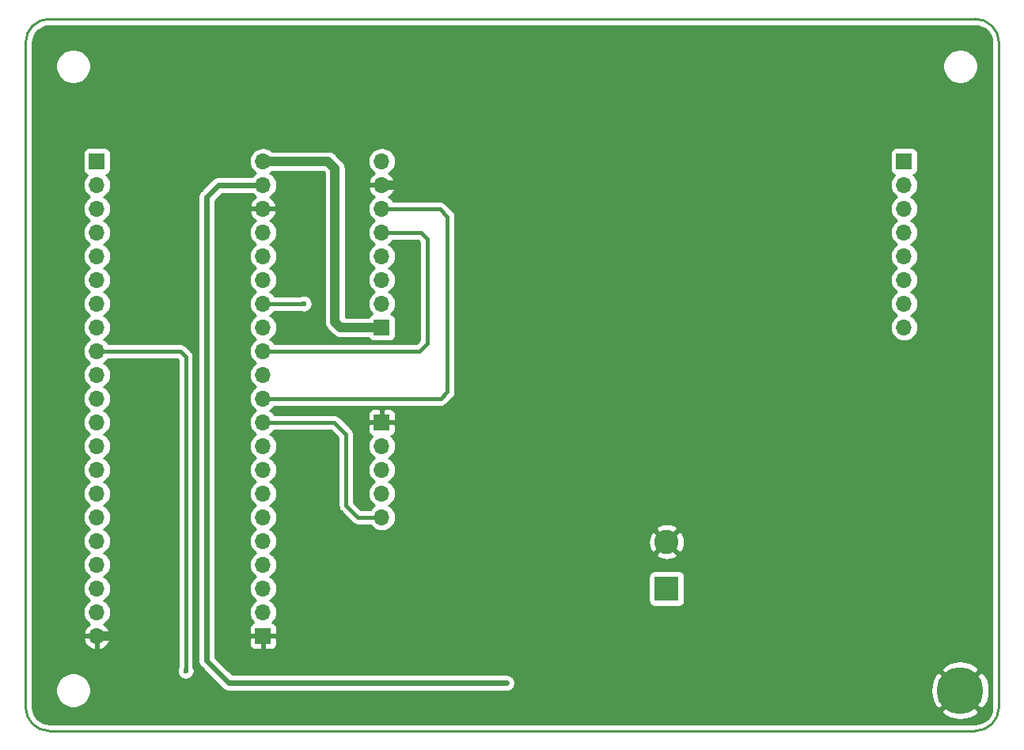
<source format=gbr>
G04 #@! TF.GenerationSoftware,KiCad,Pcbnew,5.1.2-f72e74a~84~ubuntu18.04.1*
G04 #@! TF.CreationDate,2019-05-24T04:06:14+05:00*
G04 #@! TF.ProjectId,reflow_board,7265666c-6f77-45f6-926f-6172642e6b69,1*
G04 #@! TF.SameCoordinates,Original*
G04 #@! TF.FileFunction,Copper,L2,Bot*
G04 #@! TF.FilePolarity,Positive*
%FSLAX46Y46*%
G04 Gerber Fmt 4.6, Leading zero omitted, Abs format (unit mm)*
G04 Created by KiCad (PCBNEW 5.1.2-f72e74a~84~ubuntu18.04.1) date 2019-05-24 04:06:14*
%MOMM*%
%LPD*%
G04 APERTURE LIST*
%ADD10C,0.254000*%
%ADD11C,2.600000*%
%ADD12R,2.600000X2.600000*%
%ADD13C,5.000000*%
%ADD14O,1.700000X1.700000*%
%ADD15R,1.700000X1.700000*%
%ADD16C,1.200000*%
%ADD17C,0.600000*%
%ADD18C,1.000000*%
%ADD19C,0.400000*%
%ADD20C,0.600000*%
G04 APERTURE END LIST*
D10*
X53340000Y-203200000D02*
G75*
G02X50800000Y-200660000I0J2540000D01*
G01*
X154940000Y-200660000D02*
G75*
G02X152400000Y-203200000I-2540000J0D01*
G01*
X152400000Y-127000000D02*
G75*
G02X154940000Y-129540000I0J-2540000D01*
G01*
X50800000Y-129540000D02*
G75*
G02X53340000Y-127000000I2540000J0D01*
G01*
X152400000Y-127000000D02*
X53340000Y-127000000D01*
X154940000Y-200660000D02*
X154940000Y-129540000D01*
X53340000Y-203200000D02*
X152400000Y-203200000D01*
X50800000Y-129540000D02*
X50800000Y-200660000D01*
D11*
X119380000Y-182960000D03*
D12*
X119380000Y-187960000D03*
D13*
X150786440Y-198850860D03*
D14*
X144780000Y-160020000D03*
X144780000Y-157480000D03*
X144780000Y-154940000D03*
X144780000Y-152400000D03*
X144780000Y-149860000D03*
X144780000Y-147320000D03*
X144780000Y-144780000D03*
D15*
X144780000Y-142240000D03*
D14*
X76200000Y-142240000D03*
X76200000Y-144780000D03*
X76200000Y-147320000D03*
X76200000Y-149860000D03*
X76200000Y-152400000D03*
X76200000Y-154940000D03*
X76200000Y-157480000D03*
X76200000Y-160020000D03*
X76200000Y-162560000D03*
X76200000Y-165100000D03*
X76200000Y-167640000D03*
X76200000Y-170180000D03*
X76200000Y-172720000D03*
X76200000Y-175260000D03*
X76200000Y-177800000D03*
X76200000Y-180340000D03*
X76200000Y-182880000D03*
X76200000Y-185420000D03*
X76200000Y-187960000D03*
X76200000Y-190500000D03*
D15*
X76200000Y-193040000D03*
D14*
X88900000Y-142240000D03*
X88900000Y-144780000D03*
X88900000Y-147320000D03*
X88900000Y-149860000D03*
X88900000Y-152400000D03*
X88900000Y-154940000D03*
X88900000Y-157480000D03*
D15*
X88900000Y-160020000D03*
D14*
X58420000Y-193040000D03*
X58420000Y-190500000D03*
X58420000Y-187960000D03*
X58420000Y-185420000D03*
X58420000Y-182880000D03*
X58420000Y-180340000D03*
X58420000Y-177800000D03*
X58420000Y-175260000D03*
X58420000Y-172720000D03*
X58420000Y-170180000D03*
X58420000Y-167640000D03*
X58420000Y-165100000D03*
X58420000Y-162560000D03*
X58420000Y-160020000D03*
X58420000Y-157480000D03*
X58420000Y-154940000D03*
X58420000Y-152400000D03*
X58420000Y-149860000D03*
X58420000Y-147320000D03*
X58420000Y-144780000D03*
D15*
X58420000Y-142240000D03*
D14*
X88900000Y-180340000D03*
X88900000Y-177800000D03*
X88900000Y-175260000D03*
X88900000Y-172720000D03*
D15*
X88900000Y-170180000D03*
D16*
X72786240Y-193027300D03*
X61292740Y-192946020D03*
X73192640Y-147317460D03*
X94648020Y-143642080D03*
X119367300Y-179489100D03*
D17*
X67927220Y-196756020D03*
X102232460Y-198053960D03*
X80563720Y-157472380D03*
D18*
X58420000Y-193040000D02*
X61198760Y-193040000D01*
X61198760Y-193040000D02*
X61292740Y-192946020D01*
X88900000Y-144780000D02*
X93510100Y-144780000D01*
X93510100Y-144780000D02*
X94648020Y-143642080D01*
D19*
X88900000Y-180340000D02*
X86360000Y-180340000D01*
X86360000Y-180340000D02*
X85090000Y-179070000D01*
X85090000Y-179070000D02*
X85090000Y-171450000D01*
X83820000Y-170180000D02*
X76200000Y-170180000D01*
X85090000Y-171450000D02*
X83820000Y-170180000D01*
D18*
X83888580Y-159405320D02*
X84503260Y-160020000D01*
X83888580Y-142999460D02*
X83888580Y-159405320D01*
X76200000Y-142240000D02*
X83129120Y-142240000D01*
X84503260Y-160020000D02*
X88900000Y-160020000D01*
X83129120Y-142240000D02*
X83888580Y-142999460D01*
D19*
X67337940Y-162560000D02*
X58420000Y-162560000D01*
X67927220Y-196756020D02*
X67927220Y-163149280D01*
X67927220Y-163149280D02*
X67337940Y-162560000D01*
D20*
X101808196Y-198053960D02*
X102232460Y-198053960D01*
X72529700Y-198053960D02*
X101808196Y-198053960D01*
X70162420Y-195686680D02*
X72529700Y-198053960D01*
X70162420Y-146075400D02*
X70162420Y-195686680D01*
X76200000Y-144780000D02*
X71457820Y-144780000D01*
X71457820Y-144780000D02*
X70162420Y-146075400D01*
D19*
X95201740Y-167640000D02*
X76200000Y-167640000D01*
X95933260Y-148137880D02*
X95933260Y-166908480D01*
X95933260Y-166908480D02*
X95201740Y-167640000D01*
X88900000Y-147320000D02*
X95115380Y-147320000D01*
X95115380Y-147320000D02*
X95933260Y-148137880D01*
X77402081Y-162560000D02*
X76200000Y-162560000D01*
X92918280Y-162560000D02*
X77402081Y-162560000D01*
X93781880Y-161696400D02*
X92918280Y-162560000D01*
X93781880Y-150543260D02*
X93781880Y-161696400D01*
X88900000Y-149860000D02*
X93098620Y-149860000D01*
X93098620Y-149860000D02*
X93781880Y-150543260D01*
X76200000Y-157480000D02*
X80556100Y-157480000D01*
X80556100Y-157480000D02*
X80563720Y-157472380D01*
D10*
G36*
X152744635Y-127799446D02*
G01*
X153076153Y-127899536D01*
X153381909Y-128062110D01*
X153650265Y-128280976D01*
X153870999Y-128547798D01*
X154035704Y-128852413D01*
X154138105Y-129183217D01*
X154178001Y-129562805D01*
X154178000Y-200622735D01*
X154140554Y-201004639D01*
X154040463Y-201336154D01*
X153877891Y-201641908D01*
X153659025Y-201910264D01*
X153392202Y-202130999D01*
X153087586Y-202295704D01*
X152756783Y-202398105D01*
X152377204Y-202438000D01*
X53377265Y-202438000D01*
X52995361Y-202400554D01*
X52663846Y-202300463D01*
X52358092Y-202137891D01*
X52089736Y-201919025D01*
X51869001Y-201652202D01*
X51704296Y-201347586D01*
X51613419Y-201054008D01*
X148762897Y-201054008D01*
X149039067Y-201471978D01*
X149583997Y-201762509D01*
X150175136Y-201941147D01*
X150789768Y-202001028D01*
X151404271Y-201939850D01*
X151995032Y-201759963D01*
X152533813Y-201471978D01*
X152809983Y-201054008D01*
X150786440Y-199030465D01*
X148762897Y-201054008D01*
X51613419Y-201054008D01*
X51601895Y-201016783D01*
X51562000Y-200637204D01*
X51562000Y-198665204D01*
X53995000Y-198665204D01*
X53995000Y-199036516D01*
X54067439Y-199400694D01*
X54209534Y-199743742D01*
X54415825Y-200052478D01*
X54678382Y-200315035D01*
X54987118Y-200521326D01*
X55330166Y-200663421D01*
X55694344Y-200735860D01*
X56065656Y-200735860D01*
X56429834Y-200663421D01*
X56772882Y-200521326D01*
X57081618Y-200315035D01*
X57344175Y-200052478D01*
X57550466Y-199743742D01*
X57692561Y-199400694D01*
X57765000Y-199036516D01*
X57765000Y-198665204D01*
X57692561Y-198301026D01*
X57550466Y-197957978D01*
X57344175Y-197649242D01*
X57081618Y-197386685D01*
X56772882Y-197180394D01*
X56429834Y-197038299D01*
X56065656Y-196965860D01*
X55694344Y-196965860D01*
X55330166Y-197038299D01*
X54987118Y-197180394D01*
X54678382Y-197386685D01*
X54415825Y-197649242D01*
X54209534Y-197957978D01*
X54067439Y-198301026D01*
X53995000Y-198665204D01*
X51562000Y-198665204D01*
X51562000Y-193396890D01*
X56978524Y-193396890D01*
X57023175Y-193544099D01*
X57148359Y-193806920D01*
X57322412Y-194040269D01*
X57538645Y-194235178D01*
X57788748Y-194384157D01*
X58063109Y-194481481D01*
X58293000Y-194360814D01*
X58293000Y-193167000D01*
X58547000Y-193167000D01*
X58547000Y-194360814D01*
X58776891Y-194481481D01*
X59051252Y-194384157D01*
X59301355Y-194235178D01*
X59517588Y-194040269D01*
X59691641Y-193806920D01*
X59816825Y-193544099D01*
X59861476Y-193396890D01*
X59740155Y-193167000D01*
X58547000Y-193167000D01*
X58293000Y-193167000D01*
X57099845Y-193167000D01*
X56978524Y-193396890D01*
X51562000Y-193396890D01*
X51562000Y-144780000D01*
X56927815Y-144780000D01*
X56956487Y-145071111D01*
X57041401Y-145351034D01*
X57179294Y-145609014D01*
X57364866Y-145835134D01*
X57590986Y-146020706D01*
X57645791Y-146050000D01*
X57590986Y-146079294D01*
X57364866Y-146264866D01*
X57179294Y-146490986D01*
X57041401Y-146748966D01*
X56956487Y-147028889D01*
X56927815Y-147320000D01*
X56956487Y-147611111D01*
X57041401Y-147891034D01*
X57179294Y-148149014D01*
X57364866Y-148375134D01*
X57590986Y-148560706D01*
X57645791Y-148590000D01*
X57590986Y-148619294D01*
X57364866Y-148804866D01*
X57179294Y-149030986D01*
X57041401Y-149288966D01*
X56956487Y-149568889D01*
X56927815Y-149860000D01*
X56956487Y-150151111D01*
X57041401Y-150431034D01*
X57179294Y-150689014D01*
X57364866Y-150915134D01*
X57590986Y-151100706D01*
X57645791Y-151130000D01*
X57590986Y-151159294D01*
X57364866Y-151344866D01*
X57179294Y-151570986D01*
X57041401Y-151828966D01*
X56956487Y-152108889D01*
X56927815Y-152400000D01*
X56956487Y-152691111D01*
X57041401Y-152971034D01*
X57179294Y-153229014D01*
X57364866Y-153455134D01*
X57590986Y-153640706D01*
X57645791Y-153670000D01*
X57590986Y-153699294D01*
X57364866Y-153884866D01*
X57179294Y-154110986D01*
X57041401Y-154368966D01*
X56956487Y-154648889D01*
X56927815Y-154940000D01*
X56956487Y-155231111D01*
X57041401Y-155511034D01*
X57179294Y-155769014D01*
X57364866Y-155995134D01*
X57590986Y-156180706D01*
X57645791Y-156210000D01*
X57590986Y-156239294D01*
X57364866Y-156424866D01*
X57179294Y-156650986D01*
X57041401Y-156908966D01*
X56956487Y-157188889D01*
X56927815Y-157480000D01*
X56956487Y-157771111D01*
X57041401Y-158051034D01*
X57179294Y-158309014D01*
X57364866Y-158535134D01*
X57590986Y-158720706D01*
X57645791Y-158750000D01*
X57590986Y-158779294D01*
X57364866Y-158964866D01*
X57179294Y-159190986D01*
X57041401Y-159448966D01*
X56956487Y-159728889D01*
X56927815Y-160020000D01*
X56956487Y-160311111D01*
X57041401Y-160591034D01*
X57179294Y-160849014D01*
X57364866Y-161075134D01*
X57590986Y-161260706D01*
X57645791Y-161290000D01*
X57590986Y-161319294D01*
X57364866Y-161504866D01*
X57179294Y-161730986D01*
X57041401Y-161988966D01*
X56956487Y-162268889D01*
X56927815Y-162560000D01*
X56956487Y-162851111D01*
X57041401Y-163131034D01*
X57179294Y-163389014D01*
X57364866Y-163615134D01*
X57590986Y-163800706D01*
X57645791Y-163830000D01*
X57590986Y-163859294D01*
X57364866Y-164044866D01*
X57179294Y-164270986D01*
X57041401Y-164528966D01*
X56956487Y-164808889D01*
X56927815Y-165100000D01*
X56956487Y-165391111D01*
X57041401Y-165671034D01*
X57179294Y-165929014D01*
X57364866Y-166155134D01*
X57590986Y-166340706D01*
X57645791Y-166370000D01*
X57590986Y-166399294D01*
X57364866Y-166584866D01*
X57179294Y-166810986D01*
X57041401Y-167068966D01*
X56956487Y-167348889D01*
X56927815Y-167640000D01*
X56956487Y-167931111D01*
X57041401Y-168211034D01*
X57179294Y-168469014D01*
X57364866Y-168695134D01*
X57590986Y-168880706D01*
X57645791Y-168910000D01*
X57590986Y-168939294D01*
X57364866Y-169124866D01*
X57179294Y-169350986D01*
X57041401Y-169608966D01*
X56956487Y-169888889D01*
X56927815Y-170180000D01*
X56956487Y-170471111D01*
X57041401Y-170751034D01*
X57179294Y-171009014D01*
X57364866Y-171235134D01*
X57590986Y-171420706D01*
X57645791Y-171450000D01*
X57590986Y-171479294D01*
X57364866Y-171664866D01*
X57179294Y-171890986D01*
X57041401Y-172148966D01*
X56956487Y-172428889D01*
X56927815Y-172720000D01*
X56956487Y-173011111D01*
X57041401Y-173291034D01*
X57179294Y-173549014D01*
X57364866Y-173775134D01*
X57590986Y-173960706D01*
X57645791Y-173990000D01*
X57590986Y-174019294D01*
X57364866Y-174204866D01*
X57179294Y-174430986D01*
X57041401Y-174688966D01*
X56956487Y-174968889D01*
X56927815Y-175260000D01*
X56956487Y-175551111D01*
X57041401Y-175831034D01*
X57179294Y-176089014D01*
X57364866Y-176315134D01*
X57590986Y-176500706D01*
X57645791Y-176530000D01*
X57590986Y-176559294D01*
X57364866Y-176744866D01*
X57179294Y-176970986D01*
X57041401Y-177228966D01*
X56956487Y-177508889D01*
X56927815Y-177800000D01*
X56956487Y-178091111D01*
X57041401Y-178371034D01*
X57179294Y-178629014D01*
X57364866Y-178855134D01*
X57590986Y-179040706D01*
X57645791Y-179070000D01*
X57590986Y-179099294D01*
X57364866Y-179284866D01*
X57179294Y-179510986D01*
X57041401Y-179768966D01*
X56956487Y-180048889D01*
X56927815Y-180340000D01*
X56956487Y-180631111D01*
X57041401Y-180911034D01*
X57179294Y-181169014D01*
X57364866Y-181395134D01*
X57590986Y-181580706D01*
X57645791Y-181610000D01*
X57590986Y-181639294D01*
X57364866Y-181824866D01*
X57179294Y-182050986D01*
X57041401Y-182308966D01*
X56956487Y-182588889D01*
X56927815Y-182880000D01*
X56956487Y-183171111D01*
X57041401Y-183451034D01*
X57179294Y-183709014D01*
X57364866Y-183935134D01*
X57590986Y-184120706D01*
X57645791Y-184150000D01*
X57590986Y-184179294D01*
X57364866Y-184364866D01*
X57179294Y-184590986D01*
X57041401Y-184848966D01*
X56956487Y-185128889D01*
X56927815Y-185420000D01*
X56956487Y-185711111D01*
X57041401Y-185991034D01*
X57179294Y-186249014D01*
X57364866Y-186475134D01*
X57590986Y-186660706D01*
X57645791Y-186690000D01*
X57590986Y-186719294D01*
X57364866Y-186904866D01*
X57179294Y-187130986D01*
X57041401Y-187388966D01*
X56956487Y-187668889D01*
X56927815Y-187960000D01*
X56956487Y-188251111D01*
X57041401Y-188531034D01*
X57179294Y-188789014D01*
X57364866Y-189015134D01*
X57590986Y-189200706D01*
X57645791Y-189230000D01*
X57590986Y-189259294D01*
X57364866Y-189444866D01*
X57179294Y-189670986D01*
X57041401Y-189928966D01*
X56956487Y-190208889D01*
X56927815Y-190500000D01*
X56956487Y-190791111D01*
X57041401Y-191071034D01*
X57179294Y-191329014D01*
X57364866Y-191555134D01*
X57590986Y-191740706D01*
X57655523Y-191775201D01*
X57538645Y-191844822D01*
X57322412Y-192039731D01*
X57148359Y-192273080D01*
X57023175Y-192535901D01*
X56978524Y-192683110D01*
X57099845Y-192913000D01*
X58293000Y-192913000D01*
X58293000Y-192893000D01*
X58547000Y-192893000D01*
X58547000Y-192913000D01*
X59740155Y-192913000D01*
X59861476Y-192683110D01*
X59816825Y-192535901D01*
X59691641Y-192273080D01*
X59517588Y-192039731D01*
X59301355Y-191844822D01*
X59184477Y-191775201D01*
X59249014Y-191740706D01*
X59475134Y-191555134D01*
X59660706Y-191329014D01*
X59798599Y-191071034D01*
X59883513Y-190791111D01*
X59912185Y-190500000D01*
X59883513Y-190208889D01*
X59798599Y-189928966D01*
X59660706Y-189670986D01*
X59475134Y-189444866D01*
X59249014Y-189259294D01*
X59194209Y-189230000D01*
X59249014Y-189200706D01*
X59475134Y-189015134D01*
X59660706Y-188789014D01*
X59798599Y-188531034D01*
X59883513Y-188251111D01*
X59912185Y-187960000D01*
X59883513Y-187668889D01*
X59798599Y-187388966D01*
X59660706Y-187130986D01*
X59475134Y-186904866D01*
X59249014Y-186719294D01*
X59194209Y-186690000D01*
X59249014Y-186660706D01*
X59475134Y-186475134D01*
X59660706Y-186249014D01*
X59798599Y-185991034D01*
X59883513Y-185711111D01*
X59912185Y-185420000D01*
X59883513Y-185128889D01*
X59798599Y-184848966D01*
X59660706Y-184590986D01*
X59475134Y-184364866D01*
X59249014Y-184179294D01*
X59194209Y-184150000D01*
X59249014Y-184120706D01*
X59475134Y-183935134D01*
X59660706Y-183709014D01*
X59798599Y-183451034D01*
X59883513Y-183171111D01*
X59912185Y-182880000D01*
X59883513Y-182588889D01*
X59798599Y-182308966D01*
X59660706Y-182050986D01*
X59475134Y-181824866D01*
X59249014Y-181639294D01*
X59194209Y-181610000D01*
X59249014Y-181580706D01*
X59475134Y-181395134D01*
X59660706Y-181169014D01*
X59798599Y-180911034D01*
X59883513Y-180631111D01*
X59912185Y-180340000D01*
X59883513Y-180048889D01*
X59798599Y-179768966D01*
X59660706Y-179510986D01*
X59475134Y-179284866D01*
X59249014Y-179099294D01*
X59194209Y-179070000D01*
X59249014Y-179040706D01*
X59475134Y-178855134D01*
X59660706Y-178629014D01*
X59798599Y-178371034D01*
X59883513Y-178091111D01*
X59912185Y-177800000D01*
X59883513Y-177508889D01*
X59798599Y-177228966D01*
X59660706Y-176970986D01*
X59475134Y-176744866D01*
X59249014Y-176559294D01*
X59194209Y-176530000D01*
X59249014Y-176500706D01*
X59475134Y-176315134D01*
X59660706Y-176089014D01*
X59798599Y-175831034D01*
X59883513Y-175551111D01*
X59912185Y-175260000D01*
X59883513Y-174968889D01*
X59798599Y-174688966D01*
X59660706Y-174430986D01*
X59475134Y-174204866D01*
X59249014Y-174019294D01*
X59194209Y-173990000D01*
X59249014Y-173960706D01*
X59475134Y-173775134D01*
X59660706Y-173549014D01*
X59798599Y-173291034D01*
X59883513Y-173011111D01*
X59912185Y-172720000D01*
X59883513Y-172428889D01*
X59798599Y-172148966D01*
X59660706Y-171890986D01*
X59475134Y-171664866D01*
X59249014Y-171479294D01*
X59194209Y-171450000D01*
X59249014Y-171420706D01*
X59475134Y-171235134D01*
X59660706Y-171009014D01*
X59798599Y-170751034D01*
X59883513Y-170471111D01*
X59912185Y-170180000D01*
X59883513Y-169888889D01*
X59798599Y-169608966D01*
X59660706Y-169350986D01*
X59475134Y-169124866D01*
X59249014Y-168939294D01*
X59194209Y-168910000D01*
X59249014Y-168880706D01*
X59475134Y-168695134D01*
X59660706Y-168469014D01*
X59798599Y-168211034D01*
X59883513Y-167931111D01*
X59912185Y-167640000D01*
X59883513Y-167348889D01*
X59798599Y-167068966D01*
X59660706Y-166810986D01*
X59475134Y-166584866D01*
X59249014Y-166399294D01*
X59194209Y-166370000D01*
X59249014Y-166340706D01*
X59475134Y-166155134D01*
X59660706Y-165929014D01*
X59798599Y-165671034D01*
X59883513Y-165391111D01*
X59912185Y-165100000D01*
X59883513Y-164808889D01*
X59798599Y-164528966D01*
X59660706Y-164270986D01*
X59475134Y-164044866D01*
X59249014Y-163859294D01*
X59194209Y-163830000D01*
X59249014Y-163800706D01*
X59475134Y-163615134D01*
X59655793Y-163395000D01*
X66992072Y-163395000D01*
X67092221Y-163495149D01*
X67092220Y-196328616D01*
X67028152Y-196483291D01*
X66992220Y-196663931D01*
X66992220Y-196848109D01*
X67028152Y-197028749D01*
X67098634Y-197198909D01*
X67200958Y-197352048D01*
X67331192Y-197482282D01*
X67484331Y-197584606D01*
X67654491Y-197655088D01*
X67835131Y-197691020D01*
X68019309Y-197691020D01*
X68199949Y-197655088D01*
X68370109Y-197584606D01*
X68523248Y-197482282D01*
X68653482Y-197352048D01*
X68755806Y-197198909D01*
X68826288Y-197028749D01*
X68862220Y-196848109D01*
X68862220Y-196663931D01*
X68826288Y-196483291D01*
X68762220Y-196328616D01*
X68762220Y-163190298D01*
X68766260Y-163149280D01*
X68750138Y-162985592D01*
X68702392Y-162828193D01*
X68624856Y-162683134D01*
X68546659Y-162587850D01*
X68546657Y-162587848D01*
X68520511Y-162555989D01*
X68488651Y-162529842D01*
X67957385Y-161998578D01*
X67931231Y-161966709D01*
X67804086Y-161862364D01*
X67659027Y-161784828D01*
X67501629Y-161737082D01*
X67378959Y-161725000D01*
X67378958Y-161725000D01*
X67337940Y-161720960D01*
X67296922Y-161725000D01*
X59655793Y-161725000D01*
X59475134Y-161504866D01*
X59249014Y-161319294D01*
X59194209Y-161290000D01*
X59249014Y-161260706D01*
X59475134Y-161075134D01*
X59660706Y-160849014D01*
X59798599Y-160591034D01*
X59883513Y-160311111D01*
X59912185Y-160020000D01*
X59883513Y-159728889D01*
X59798599Y-159448966D01*
X59660706Y-159190986D01*
X59475134Y-158964866D01*
X59249014Y-158779294D01*
X59194209Y-158750000D01*
X59249014Y-158720706D01*
X59475134Y-158535134D01*
X59660706Y-158309014D01*
X59798599Y-158051034D01*
X59883513Y-157771111D01*
X59912185Y-157480000D01*
X59883513Y-157188889D01*
X59798599Y-156908966D01*
X59660706Y-156650986D01*
X59475134Y-156424866D01*
X59249014Y-156239294D01*
X59194209Y-156210000D01*
X59249014Y-156180706D01*
X59475134Y-155995134D01*
X59660706Y-155769014D01*
X59798599Y-155511034D01*
X59883513Y-155231111D01*
X59912185Y-154940000D01*
X59883513Y-154648889D01*
X59798599Y-154368966D01*
X59660706Y-154110986D01*
X59475134Y-153884866D01*
X59249014Y-153699294D01*
X59194209Y-153670000D01*
X59249014Y-153640706D01*
X59475134Y-153455134D01*
X59660706Y-153229014D01*
X59798599Y-152971034D01*
X59883513Y-152691111D01*
X59912185Y-152400000D01*
X59883513Y-152108889D01*
X59798599Y-151828966D01*
X59660706Y-151570986D01*
X59475134Y-151344866D01*
X59249014Y-151159294D01*
X59194209Y-151130000D01*
X59249014Y-151100706D01*
X59475134Y-150915134D01*
X59660706Y-150689014D01*
X59798599Y-150431034D01*
X59883513Y-150151111D01*
X59912185Y-149860000D01*
X59883513Y-149568889D01*
X59798599Y-149288966D01*
X59660706Y-149030986D01*
X59475134Y-148804866D01*
X59249014Y-148619294D01*
X59194209Y-148590000D01*
X59249014Y-148560706D01*
X59475134Y-148375134D01*
X59660706Y-148149014D01*
X59798599Y-147891034D01*
X59883513Y-147611111D01*
X59912185Y-147320000D01*
X59883513Y-147028889D01*
X59798599Y-146748966D01*
X59660706Y-146490986D01*
X59475134Y-146264866D01*
X59249014Y-146079294D01*
X59241729Y-146075400D01*
X69222896Y-146075400D01*
X69227420Y-146121332D01*
X69227421Y-195640738D01*
X69222896Y-195686680D01*
X69240949Y-195869971D01*
X69289420Y-196029758D01*
X69294414Y-196046220D01*
X69381235Y-196208652D01*
X69498077Y-196351024D01*
X69533756Y-196380305D01*
X71836074Y-198682624D01*
X71865356Y-198718304D01*
X72007728Y-198835146D01*
X72170160Y-198921967D01*
X72272555Y-198953028D01*
X72346407Y-198975431D01*
X72364810Y-198977243D01*
X72483768Y-198988960D01*
X72483774Y-198988960D01*
X72529699Y-198993483D01*
X72575624Y-198988960D01*
X102324549Y-198988960D01*
X102369819Y-198979955D01*
X102415752Y-198975431D01*
X102459922Y-198962032D01*
X102505189Y-198953028D01*
X102547829Y-198935366D01*
X102592000Y-198921967D01*
X102632708Y-198900208D01*
X102675349Y-198882546D01*
X102713724Y-198856905D01*
X102718807Y-198854188D01*
X147636272Y-198854188D01*
X147697450Y-199468691D01*
X147877337Y-200059452D01*
X148165322Y-200598233D01*
X148583292Y-200874403D01*
X150606835Y-198850860D01*
X150966045Y-198850860D01*
X152989588Y-200874403D01*
X153407558Y-200598233D01*
X153698089Y-200053303D01*
X153876727Y-199462164D01*
X153936608Y-198847532D01*
X153875430Y-198233029D01*
X153695543Y-197642268D01*
X153407558Y-197103487D01*
X152989588Y-196827317D01*
X150966045Y-198850860D01*
X150606835Y-198850860D01*
X148583292Y-196827317D01*
X148165322Y-197103487D01*
X147874791Y-197648417D01*
X147696153Y-198239556D01*
X147636272Y-198854188D01*
X102718807Y-198854188D01*
X102754432Y-198835146D01*
X102790113Y-198805863D01*
X102828488Y-198780222D01*
X102861125Y-198747585D01*
X102896804Y-198718304D01*
X102926085Y-198682625D01*
X102958722Y-198649988D01*
X102984363Y-198611613D01*
X103013646Y-198575932D01*
X103035405Y-198535224D01*
X103061046Y-198496849D01*
X103078708Y-198454208D01*
X103100467Y-198413500D01*
X103113866Y-198369329D01*
X103131528Y-198326689D01*
X103140532Y-198281422D01*
X103153931Y-198237252D01*
X103158455Y-198191319D01*
X103167460Y-198146049D01*
X103167460Y-198099892D01*
X103171984Y-198053960D01*
X103167460Y-198008028D01*
X103167460Y-197961871D01*
X103158455Y-197916601D01*
X103153931Y-197870668D01*
X103140532Y-197826498D01*
X103131528Y-197781231D01*
X103113866Y-197738591D01*
X103100467Y-197694420D01*
X103078708Y-197653712D01*
X103061046Y-197611071D01*
X103035405Y-197572696D01*
X103013646Y-197531988D01*
X102984363Y-197496307D01*
X102958722Y-197457932D01*
X102926083Y-197425293D01*
X102896804Y-197389616D01*
X102861125Y-197360335D01*
X102828488Y-197327698D01*
X102790113Y-197302057D01*
X102754432Y-197272774D01*
X102713724Y-197251015D01*
X102675349Y-197225374D01*
X102632708Y-197207712D01*
X102592000Y-197185953D01*
X102547829Y-197172554D01*
X102505189Y-197154892D01*
X102459922Y-197145888D01*
X102415752Y-197132489D01*
X102369819Y-197127965D01*
X102324549Y-197118960D01*
X72916990Y-197118960D01*
X72445742Y-196647712D01*
X148762897Y-196647712D01*
X150786440Y-198671255D01*
X152809983Y-196647712D01*
X152533813Y-196229742D01*
X151988883Y-195939211D01*
X151397744Y-195760573D01*
X150783112Y-195700692D01*
X150168609Y-195761870D01*
X149577848Y-195941757D01*
X149039067Y-196229742D01*
X148762897Y-196647712D01*
X72445742Y-196647712D01*
X71097420Y-195299391D01*
X71097420Y-193890000D01*
X74711928Y-193890000D01*
X74724188Y-194014482D01*
X74760498Y-194134180D01*
X74819463Y-194244494D01*
X74898815Y-194341185D01*
X74995506Y-194420537D01*
X75105820Y-194479502D01*
X75225518Y-194515812D01*
X75350000Y-194528072D01*
X75914250Y-194525000D01*
X76073000Y-194366250D01*
X76073000Y-193167000D01*
X76327000Y-193167000D01*
X76327000Y-194366250D01*
X76485750Y-194525000D01*
X77050000Y-194528072D01*
X77174482Y-194515812D01*
X77294180Y-194479502D01*
X77404494Y-194420537D01*
X77501185Y-194341185D01*
X77580537Y-194244494D01*
X77639502Y-194134180D01*
X77675812Y-194014482D01*
X77688072Y-193890000D01*
X77685000Y-193325750D01*
X77526250Y-193167000D01*
X76327000Y-193167000D01*
X76073000Y-193167000D01*
X74873750Y-193167000D01*
X74715000Y-193325750D01*
X74711928Y-193890000D01*
X71097420Y-193890000D01*
X71097420Y-146462689D01*
X71845110Y-145715000D01*
X75046275Y-145715000D01*
X75144866Y-145835134D01*
X75370986Y-146020706D01*
X75435523Y-146055201D01*
X75318645Y-146124822D01*
X75102412Y-146319731D01*
X74928359Y-146553080D01*
X74803175Y-146815901D01*
X74758524Y-146963110D01*
X74879845Y-147193000D01*
X76073000Y-147193000D01*
X76073000Y-147173000D01*
X76327000Y-147173000D01*
X76327000Y-147193000D01*
X77520155Y-147193000D01*
X77641476Y-146963110D01*
X77596825Y-146815901D01*
X77471641Y-146553080D01*
X77297588Y-146319731D01*
X77081355Y-146124822D01*
X76964477Y-146055201D01*
X77029014Y-146020706D01*
X77255134Y-145835134D01*
X77440706Y-145609014D01*
X77578599Y-145351034D01*
X77663513Y-145071111D01*
X77692185Y-144780000D01*
X77663513Y-144488889D01*
X77578599Y-144208966D01*
X77440706Y-143950986D01*
X77255134Y-143724866D01*
X77029014Y-143539294D01*
X76974209Y-143510000D01*
X77029014Y-143480706D01*
X77157817Y-143375000D01*
X82658989Y-143375000D01*
X82753580Y-143469592D01*
X82753581Y-159349558D01*
X82748089Y-159405320D01*
X82770003Y-159627818D01*
X82834904Y-159841766D01*
X82834905Y-159841767D01*
X82940297Y-160038943D01*
X83082132Y-160211769D01*
X83125440Y-160247311D01*
X83661264Y-160783135D01*
X83696811Y-160826449D01*
X83869637Y-160968284D01*
X84066813Y-161073676D01*
X84280761Y-161138577D01*
X84503260Y-161160491D01*
X84559012Y-161155000D01*
X87482317Y-161155000D01*
X87519463Y-161224494D01*
X87598815Y-161321185D01*
X87695506Y-161400537D01*
X87805820Y-161459502D01*
X87925518Y-161495812D01*
X88050000Y-161508072D01*
X89750000Y-161508072D01*
X89874482Y-161495812D01*
X89994180Y-161459502D01*
X90104494Y-161400537D01*
X90201185Y-161321185D01*
X90280537Y-161224494D01*
X90339502Y-161114180D01*
X90375812Y-160994482D01*
X90388072Y-160870000D01*
X90388072Y-159170000D01*
X90375812Y-159045518D01*
X90339502Y-158925820D01*
X90280537Y-158815506D01*
X90201185Y-158718815D01*
X90104494Y-158639463D01*
X89994180Y-158580498D01*
X89925313Y-158559607D01*
X89955134Y-158535134D01*
X90140706Y-158309014D01*
X90278599Y-158051034D01*
X90363513Y-157771111D01*
X90392185Y-157480000D01*
X90363513Y-157188889D01*
X90278599Y-156908966D01*
X90140706Y-156650986D01*
X89955134Y-156424866D01*
X89729014Y-156239294D01*
X89674209Y-156210000D01*
X89729014Y-156180706D01*
X89955134Y-155995134D01*
X90140706Y-155769014D01*
X90278599Y-155511034D01*
X90363513Y-155231111D01*
X90392185Y-154940000D01*
X90363513Y-154648889D01*
X90278599Y-154368966D01*
X90140706Y-154110986D01*
X89955134Y-153884866D01*
X89729014Y-153699294D01*
X89674209Y-153670000D01*
X89729014Y-153640706D01*
X89955134Y-153455134D01*
X90140706Y-153229014D01*
X90278599Y-152971034D01*
X90363513Y-152691111D01*
X90392185Y-152400000D01*
X90363513Y-152108889D01*
X90278599Y-151828966D01*
X90140706Y-151570986D01*
X89955134Y-151344866D01*
X89729014Y-151159294D01*
X89674209Y-151130000D01*
X89729014Y-151100706D01*
X89955134Y-150915134D01*
X90135793Y-150695000D01*
X92752752Y-150695000D01*
X92946880Y-150889128D01*
X92946881Y-161350531D01*
X92572412Y-161725000D01*
X77435793Y-161725000D01*
X77255134Y-161504866D01*
X77029014Y-161319294D01*
X76974209Y-161290000D01*
X77029014Y-161260706D01*
X77255134Y-161075134D01*
X77440706Y-160849014D01*
X77578599Y-160591034D01*
X77663513Y-160311111D01*
X77692185Y-160020000D01*
X77663513Y-159728889D01*
X77578599Y-159448966D01*
X77440706Y-159190986D01*
X77255134Y-158964866D01*
X77029014Y-158779294D01*
X76974209Y-158750000D01*
X77029014Y-158720706D01*
X77255134Y-158535134D01*
X77435793Y-158315000D01*
X80154712Y-158315000D01*
X80290991Y-158371448D01*
X80471631Y-158407380D01*
X80655809Y-158407380D01*
X80836449Y-158371448D01*
X81006609Y-158300966D01*
X81159748Y-158198642D01*
X81289982Y-158068408D01*
X81392306Y-157915269D01*
X81462788Y-157745109D01*
X81498720Y-157564469D01*
X81498720Y-157380291D01*
X81462788Y-157199651D01*
X81392306Y-157029491D01*
X81289982Y-156876352D01*
X81159748Y-156746118D01*
X81006609Y-156643794D01*
X80836449Y-156573312D01*
X80655809Y-156537380D01*
X80471631Y-156537380D01*
X80290991Y-156573312D01*
X80120831Y-156643794D01*
X80119026Y-156645000D01*
X77435793Y-156645000D01*
X77255134Y-156424866D01*
X77029014Y-156239294D01*
X76974209Y-156210000D01*
X77029014Y-156180706D01*
X77255134Y-155995134D01*
X77440706Y-155769014D01*
X77578599Y-155511034D01*
X77663513Y-155231111D01*
X77692185Y-154940000D01*
X77663513Y-154648889D01*
X77578599Y-154368966D01*
X77440706Y-154110986D01*
X77255134Y-153884866D01*
X77029014Y-153699294D01*
X76974209Y-153670000D01*
X77029014Y-153640706D01*
X77255134Y-153455134D01*
X77440706Y-153229014D01*
X77578599Y-152971034D01*
X77663513Y-152691111D01*
X77692185Y-152400000D01*
X77663513Y-152108889D01*
X77578599Y-151828966D01*
X77440706Y-151570986D01*
X77255134Y-151344866D01*
X77029014Y-151159294D01*
X76974209Y-151130000D01*
X77029014Y-151100706D01*
X77255134Y-150915134D01*
X77440706Y-150689014D01*
X77578599Y-150431034D01*
X77663513Y-150151111D01*
X77692185Y-149860000D01*
X77663513Y-149568889D01*
X77578599Y-149288966D01*
X77440706Y-149030986D01*
X77255134Y-148804866D01*
X77029014Y-148619294D01*
X76964477Y-148584799D01*
X77081355Y-148515178D01*
X77297588Y-148320269D01*
X77471641Y-148086920D01*
X77596825Y-147824099D01*
X77641476Y-147676890D01*
X77520155Y-147447000D01*
X76327000Y-147447000D01*
X76327000Y-147467000D01*
X76073000Y-147467000D01*
X76073000Y-147447000D01*
X74879845Y-147447000D01*
X74758524Y-147676890D01*
X74803175Y-147824099D01*
X74928359Y-148086920D01*
X75102412Y-148320269D01*
X75318645Y-148515178D01*
X75435523Y-148584799D01*
X75370986Y-148619294D01*
X75144866Y-148804866D01*
X74959294Y-149030986D01*
X74821401Y-149288966D01*
X74736487Y-149568889D01*
X74707815Y-149860000D01*
X74736487Y-150151111D01*
X74821401Y-150431034D01*
X74959294Y-150689014D01*
X75144866Y-150915134D01*
X75370986Y-151100706D01*
X75425791Y-151130000D01*
X75370986Y-151159294D01*
X75144866Y-151344866D01*
X74959294Y-151570986D01*
X74821401Y-151828966D01*
X74736487Y-152108889D01*
X74707815Y-152400000D01*
X74736487Y-152691111D01*
X74821401Y-152971034D01*
X74959294Y-153229014D01*
X75144866Y-153455134D01*
X75370986Y-153640706D01*
X75425791Y-153670000D01*
X75370986Y-153699294D01*
X75144866Y-153884866D01*
X74959294Y-154110986D01*
X74821401Y-154368966D01*
X74736487Y-154648889D01*
X74707815Y-154940000D01*
X74736487Y-155231111D01*
X74821401Y-155511034D01*
X74959294Y-155769014D01*
X75144866Y-155995134D01*
X75370986Y-156180706D01*
X75425791Y-156210000D01*
X75370986Y-156239294D01*
X75144866Y-156424866D01*
X74959294Y-156650986D01*
X74821401Y-156908966D01*
X74736487Y-157188889D01*
X74707815Y-157480000D01*
X74736487Y-157771111D01*
X74821401Y-158051034D01*
X74959294Y-158309014D01*
X75144866Y-158535134D01*
X75370986Y-158720706D01*
X75425791Y-158750000D01*
X75370986Y-158779294D01*
X75144866Y-158964866D01*
X74959294Y-159190986D01*
X74821401Y-159448966D01*
X74736487Y-159728889D01*
X74707815Y-160020000D01*
X74736487Y-160311111D01*
X74821401Y-160591034D01*
X74959294Y-160849014D01*
X75144866Y-161075134D01*
X75370986Y-161260706D01*
X75425791Y-161290000D01*
X75370986Y-161319294D01*
X75144866Y-161504866D01*
X74959294Y-161730986D01*
X74821401Y-161988966D01*
X74736487Y-162268889D01*
X74707815Y-162560000D01*
X74736487Y-162851111D01*
X74821401Y-163131034D01*
X74959294Y-163389014D01*
X75144866Y-163615134D01*
X75370986Y-163800706D01*
X75425791Y-163830000D01*
X75370986Y-163859294D01*
X75144866Y-164044866D01*
X74959294Y-164270986D01*
X74821401Y-164528966D01*
X74736487Y-164808889D01*
X74707815Y-165100000D01*
X74736487Y-165391111D01*
X74821401Y-165671034D01*
X74959294Y-165929014D01*
X75144866Y-166155134D01*
X75370986Y-166340706D01*
X75425791Y-166370000D01*
X75370986Y-166399294D01*
X75144866Y-166584866D01*
X74959294Y-166810986D01*
X74821401Y-167068966D01*
X74736487Y-167348889D01*
X74707815Y-167640000D01*
X74736487Y-167931111D01*
X74821401Y-168211034D01*
X74959294Y-168469014D01*
X75144866Y-168695134D01*
X75370986Y-168880706D01*
X75425791Y-168910000D01*
X75370986Y-168939294D01*
X75144866Y-169124866D01*
X74959294Y-169350986D01*
X74821401Y-169608966D01*
X74736487Y-169888889D01*
X74707815Y-170180000D01*
X74736487Y-170471111D01*
X74821401Y-170751034D01*
X74959294Y-171009014D01*
X75144866Y-171235134D01*
X75370986Y-171420706D01*
X75425791Y-171450000D01*
X75370986Y-171479294D01*
X75144866Y-171664866D01*
X74959294Y-171890986D01*
X74821401Y-172148966D01*
X74736487Y-172428889D01*
X74707815Y-172720000D01*
X74736487Y-173011111D01*
X74821401Y-173291034D01*
X74959294Y-173549014D01*
X75144866Y-173775134D01*
X75370986Y-173960706D01*
X75425791Y-173990000D01*
X75370986Y-174019294D01*
X75144866Y-174204866D01*
X74959294Y-174430986D01*
X74821401Y-174688966D01*
X74736487Y-174968889D01*
X74707815Y-175260000D01*
X74736487Y-175551111D01*
X74821401Y-175831034D01*
X74959294Y-176089014D01*
X75144866Y-176315134D01*
X75370986Y-176500706D01*
X75425791Y-176530000D01*
X75370986Y-176559294D01*
X75144866Y-176744866D01*
X74959294Y-176970986D01*
X74821401Y-177228966D01*
X74736487Y-177508889D01*
X74707815Y-177800000D01*
X74736487Y-178091111D01*
X74821401Y-178371034D01*
X74959294Y-178629014D01*
X75144866Y-178855134D01*
X75370986Y-179040706D01*
X75425791Y-179070000D01*
X75370986Y-179099294D01*
X75144866Y-179284866D01*
X74959294Y-179510986D01*
X74821401Y-179768966D01*
X74736487Y-180048889D01*
X74707815Y-180340000D01*
X74736487Y-180631111D01*
X74821401Y-180911034D01*
X74959294Y-181169014D01*
X75144866Y-181395134D01*
X75370986Y-181580706D01*
X75425791Y-181610000D01*
X75370986Y-181639294D01*
X75144866Y-181824866D01*
X74959294Y-182050986D01*
X74821401Y-182308966D01*
X74736487Y-182588889D01*
X74707815Y-182880000D01*
X74736487Y-183171111D01*
X74821401Y-183451034D01*
X74959294Y-183709014D01*
X75144866Y-183935134D01*
X75370986Y-184120706D01*
X75425791Y-184150000D01*
X75370986Y-184179294D01*
X75144866Y-184364866D01*
X74959294Y-184590986D01*
X74821401Y-184848966D01*
X74736487Y-185128889D01*
X74707815Y-185420000D01*
X74736487Y-185711111D01*
X74821401Y-185991034D01*
X74959294Y-186249014D01*
X75144866Y-186475134D01*
X75370986Y-186660706D01*
X75425791Y-186690000D01*
X75370986Y-186719294D01*
X75144866Y-186904866D01*
X74959294Y-187130986D01*
X74821401Y-187388966D01*
X74736487Y-187668889D01*
X74707815Y-187960000D01*
X74736487Y-188251111D01*
X74821401Y-188531034D01*
X74959294Y-188789014D01*
X75144866Y-189015134D01*
X75370986Y-189200706D01*
X75425791Y-189230000D01*
X75370986Y-189259294D01*
X75144866Y-189444866D01*
X74959294Y-189670986D01*
X74821401Y-189928966D01*
X74736487Y-190208889D01*
X74707815Y-190500000D01*
X74736487Y-190791111D01*
X74821401Y-191071034D01*
X74959294Y-191329014D01*
X75144866Y-191555134D01*
X75174687Y-191579607D01*
X75105820Y-191600498D01*
X74995506Y-191659463D01*
X74898815Y-191738815D01*
X74819463Y-191835506D01*
X74760498Y-191945820D01*
X74724188Y-192065518D01*
X74711928Y-192190000D01*
X74715000Y-192754250D01*
X74873750Y-192913000D01*
X76073000Y-192913000D01*
X76073000Y-192893000D01*
X76327000Y-192893000D01*
X76327000Y-192913000D01*
X77526250Y-192913000D01*
X77685000Y-192754250D01*
X77688072Y-192190000D01*
X77675812Y-192065518D01*
X77639502Y-191945820D01*
X77580537Y-191835506D01*
X77501185Y-191738815D01*
X77404494Y-191659463D01*
X77294180Y-191600498D01*
X77225313Y-191579607D01*
X77255134Y-191555134D01*
X77440706Y-191329014D01*
X77578599Y-191071034D01*
X77663513Y-190791111D01*
X77692185Y-190500000D01*
X77663513Y-190208889D01*
X77578599Y-189928966D01*
X77440706Y-189670986D01*
X77255134Y-189444866D01*
X77029014Y-189259294D01*
X76974209Y-189230000D01*
X77029014Y-189200706D01*
X77255134Y-189015134D01*
X77440706Y-188789014D01*
X77578599Y-188531034D01*
X77663513Y-188251111D01*
X77692185Y-187960000D01*
X77663513Y-187668889D01*
X77578599Y-187388966D01*
X77440706Y-187130986D01*
X77255134Y-186904866D01*
X77029014Y-186719294D01*
X76974209Y-186690000D01*
X77029014Y-186660706D01*
X77029874Y-186660000D01*
X117441928Y-186660000D01*
X117441928Y-189260000D01*
X117454188Y-189384482D01*
X117490498Y-189504180D01*
X117549463Y-189614494D01*
X117628815Y-189711185D01*
X117725506Y-189790537D01*
X117835820Y-189849502D01*
X117955518Y-189885812D01*
X118080000Y-189898072D01*
X120680000Y-189898072D01*
X120804482Y-189885812D01*
X120924180Y-189849502D01*
X121034494Y-189790537D01*
X121131185Y-189711185D01*
X121210537Y-189614494D01*
X121269502Y-189504180D01*
X121305812Y-189384482D01*
X121318072Y-189260000D01*
X121318072Y-186660000D01*
X121305812Y-186535518D01*
X121269502Y-186415820D01*
X121210537Y-186305506D01*
X121131185Y-186208815D01*
X121034494Y-186129463D01*
X120924180Y-186070498D01*
X120804482Y-186034188D01*
X120680000Y-186021928D01*
X118080000Y-186021928D01*
X117955518Y-186034188D01*
X117835820Y-186070498D01*
X117725506Y-186129463D01*
X117628815Y-186208815D01*
X117549463Y-186305506D01*
X117490498Y-186415820D01*
X117454188Y-186535518D01*
X117441928Y-186660000D01*
X77029874Y-186660000D01*
X77255134Y-186475134D01*
X77440706Y-186249014D01*
X77578599Y-185991034D01*
X77663513Y-185711111D01*
X77692185Y-185420000D01*
X77663513Y-185128889D01*
X77578599Y-184848966D01*
X77440706Y-184590986D01*
X77255134Y-184364866D01*
X77187335Y-184309224D01*
X118210381Y-184309224D01*
X118342317Y-184604312D01*
X118683045Y-184775159D01*
X119050557Y-184876250D01*
X119430729Y-184903701D01*
X119808951Y-184856457D01*
X120170690Y-184736333D01*
X120417683Y-184604312D01*
X120549619Y-184309224D01*
X119380000Y-183139605D01*
X118210381Y-184309224D01*
X77187335Y-184309224D01*
X77029014Y-184179294D01*
X76974209Y-184150000D01*
X77029014Y-184120706D01*
X77255134Y-183935134D01*
X77440706Y-183709014D01*
X77578599Y-183451034D01*
X77663513Y-183171111D01*
X77679309Y-183010729D01*
X117436299Y-183010729D01*
X117483543Y-183388951D01*
X117603667Y-183750690D01*
X117735688Y-183997683D01*
X118030776Y-184129619D01*
X119200395Y-182960000D01*
X119559605Y-182960000D01*
X120729224Y-184129619D01*
X121024312Y-183997683D01*
X121195159Y-183656955D01*
X121296250Y-183289443D01*
X121323701Y-182909271D01*
X121276457Y-182531049D01*
X121156333Y-182169310D01*
X121024312Y-181922317D01*
X120729224Y-181790381D01*
X119559605Y-182960000D01*
X119200395Y-182960000D01*
X118030776Y-181790381D01*
X117735688Y-181922317D01*
X117564841Y-182263045D01*
X117463750Y-182630557D01*
X117436299Y-183010729D01*
X77679309Y-183010729D01*
X77692185Y-182880000D01*
X77663513Y-182588889D01*
X77578599Y-182308966D01*
X77440706Y-182050986D01*
X77255134Y-181824866D01*
X77029014Y-181639294D01*
X76974209Y-181610000D01*
X77029014Y-181580706D01*
X77255134Y-181395134D01*
X77440706Y-181169014D01*
X77578599Y-180911034D01*
X77663513Y-180631111D01*
X77692185Y-180340000D01*
X77663513Y-180048889D01*
X77578599Y-179768966D01*
X77440706Y-179510986D01*
X77255134Y-179284866D01*
X77029014Y-179099294D01*
X76974209Y-179070000D01*
X77029014Y-179040706D01*
X77255134Y-178855134D01*
X77440706Y-178629014D01*
X77578599Y-178371034D01*
X77663513Y-178091111D01*
X77692185Y-177800000D01*
X77663513Y-177508889D01*
X77578599Y-177228966D01*
X77440706Y-176970986D01*
X77255134Y-176744866D01*
X77029014Y-176559294D01*
X76974209Y-176530000D01*
X77029014Y-176500706D01*
X77255134Y-176315134D01*
X77440706Y-176089014D01*
X77578599Y-175831034D01*
X77663513Y-175551111D01*
X77692185Y-175260000D01*
X77663513Y-174968889D01*
X77578599Y-174688966D01*
X77440706Y-174430986D01*
X77255134Y-174204866D01*
X77029014Y-174019294D01*
X76974209Y-173990000D01*
X77029014Y-173960706D01*
X77255134Y-173775134D01*
X77440706Y-173549014D01*
X77578599Y-173291034D01*
X77663513Y-173011111D01*
X77692185Y-172720000D01*
X77663513Y-172428889D01*
X77578599Y-172148966D01*
X77440706Y-171890986D01*
X77255134Y-171664866D01*
X77029014Y-171479294D01*
X76974209Y-171450000D01*
X77029014Y-171420706D01*
X77255134Y-171235134D01*
X77435793Y-171015000D01*
X83474133Y-171015000D01*
X84255001Y-171795869D01*
X84255000Y-179028981D01*
X84250960Y-179070000D01*
X84255000Y-179111018D01*
X84267082Y-179233688D01*
X84314828Y-179391086D01*
X84392364Y-179536145D01*
X84496709Y-179663291D01*
X84528579Y-179689446D01*
X85740558Y-180901426D01*
X85766709Y-180933291D01*
X85893854Y-181037636D01*
X86038913Y-181115172D01*
X86196311Y-181162918D01*
X86318981Y-181175000D01*
X86318983Y-181175000D01*
X86359999Y-181179040D01*
X86401015Y-181175000D01*
X87664207Y-181175000D01*
X87844866Y-181395134D01*
X88070986Y-181580706D01*
X88328966Y-181718599D01*
X88608889Y-181803513D01*
X88827050Y-181825000D01*
X88972950Y-181825000D01*
X89191111Y-181803513D01*
X89471034Y-181718599D01*
X89672756Y-181610776D01*
X118210381Y-181610776D01*
X119380000Y-182780395D01*
X120549619Y-181610776D01*
X120417683Y-181315688D01*
X120076955Y-181144841D01*
X119709443Y-181043750D01*
X119329271Y-181016299D01*
X118951049Y-181063543D01*
X118589310Y-181183667D01*
X118342317Y-181315688D01*
X118210381Y-181610776D01*
X89672756Y-181610776D01*
X89729014Y-181580706D01*
X89955134Y-181395134D01*
X90140706Y-181169014D01*
X90278599Y-180911034D01*
X90363513Y-180631111D01*
X90392185Y-180340000D01*
X90363513Y-180048889D01*
X90278599Y-179768966D01*
X90140706Y-179510986D01*
X89955134Y-179284866D01*
X89729014Y-179099294D01*
X89674209Y-179070000D01*
X89729014Y-179040706D01*
X89955134Y-178855134D01*
X90140706Y-178629014D01*
X90278599Y-178371034D01*
X90363513Y-178091111D01*
X90392185Y-177800000D01*
X90363513Y-177508889D01*
X90278599Y-177228966D01*
X90140706Y-176970986D01*
X89955134Y-176744866D01*
X89729014Y-176559294D01*
X89674209Y-176530000D01*
X89729014Y-176500706D01*
X89955134Y-176315134D01*
X90140706Y-176089014D01*
X90278599Y-175831034D01*
X90363513Y-175551111D01*
X90392185Y-175260000D01*
X90363513Y-174968889D01*
X90278599Y-174688966D01*
X90140706Y-174430986D01*
X89955134Y-174204866D01*
X89729014Y-174019294D01*
X89674209Y-173990000D01*
X89729014Y-173960706D01*
X89955134Y-173775134D01*
X90140706Y-173549014D01*
X90278599Y-173291034D01*
X90363513Y-173011111D01*
X90392185Y-172720000D01*
X90363513Y-172428889D01*
X90278599Y-172148966D01*
X90140706Y-171890986D01*
X89955134Y-171664866D01*
X89925313Y-171640393D01*
X89994180Y-171619502D01*
X90104494Y-171560537D01*
X90201185Y-171481185D01*
X90280537Y-171384494D01*
X90339502Y-171274180D01*
X90375812Y-171154482D01*
X90388072Y-171030000D01*
X90385000Y-170465750D01*
X90226250Y-170307000D01*
X89027000Y-170307000D01*
X89027000Y-170327000D01*
X88773000Y-170327000D01*
X88773000Y-170307000D01*
X87573750Y-170307000D01*
X87415000Y-170465750D01*
X87411928Y-171030000D01*
X87424188Y-171154482D01*
X87460498Y-171274180D01*
X87519463Y-171384494D01*
X87598815Y-171481185D01*
X87695506Y-171560537D01*
X87805820Y-171619502D01*
X87874687Y-171640393D01*
X87844866Y-171664866D01*
X87659294Y-171890986D01*
X87521401Y-172148966D01*
X87436487Y-172428889D01*
X87407815Y-172720000D01*
X87436487Y-173011111D01*
X87521401Y-173291034D01*
X87659294Y-173549014D01*
X87844866Y-173775134D01*
X88070986Y-173960706D01*
X88125791Y-173990000D01*
X88070986Y-174019294D01*
X87844866Y-174204866D01*
X87659294Y-174430986D01*
X87521401Y-174688966D01*
X87436487Y-174968889D01*
X87407815Y-175260000D01*
X87436487Y-175551111D01*
X87521401Y-175831034D01*
X87659294Y-176089014D01*
X87844866Y-176315134D01*
X88070986Y-176500706D01*
X88125791Y-176530000D01*
X88070986Y-176559294D01*
X87844866Y-176744866D01*
X87659294Y-176970986D01*
X87521401Y-177228966D01*
X87436487Y-177508889D01*
X87407815Y-177800000D01*
X87436487Y-178091111D01*
X87521401Y-178371034D01*
X87659294Y-178629014D01*
X87844866Y-178855134D01*
X88070986Y-179040706D01*
X88125791Y-179070000D01*
X88070986Y-179099294D01*
X87844866Y-179284866D01*
X87664207Y-179505000D01*
X86705868Y-179505000D01*
X85925000Y-178724133D01*
X85925000Y-171491015D01*
X85929040Y-171449999D01*
X85922588Y-171384494D01*
X85912918Y-171286311D01*
X85865172Y-171128913D01*
X85787636Y-170983854D01*
X85683291Y-170856709D01*
X85651426Y-170830558D01*
X84439446Y-169618579D01*
X84413291Y-169586709D01*
X84286146Y-169482364D01*
X84141087Y-169404828D01*
X83983689Y-169357082D01*
X83861019Y-169345000D01*
X83861018Y-169345000D01*
X83820000Y-169340960D01*
X83778982Y-169345000D01*
X77435793Y-169345000D01*
X77423483Y-169330000D01*
X87411928Y-169330000D01*
X87415000Y-169894250D01*
X87573750Y-170053000D01*
X88773000Y-170053000D01*
X88773000Y-168853750D01*
X89027000Y-168853750D01*
X89027000Y-170053000D01*
X90226250Y-170053000D01*
X90385000Y-169894250D01*
X90388072Y-169330000D01*
X90375812Y-169205518D01*
X90339502Y-169085820D01*
X90280537Y-168975506D01*
X90201185Y-168878815D01*
X90104494Y-168799463D01*
X89994180Y-168740498D01*
X89874482Y-168704188D01*
X89750000Y-168691928D01*
X89185750Y-168695000D01*
X89027000Y-168853750D01*
X88773000Y-168853750D01*
X88614250Y-168695000D01*
X88050000Y-168691928D01*
X87925518Y-168704188D01*
X87805820Y-168740498D01*
X87695506Y-168799463D01*
X87598815Y-168878815D01*
X87519463Y-168975506D01*
X87460498Y-169085820D01*
X87424188Y-169205518D01*
X87411928Y-169330000D01*
X77423483Y-169330000D01*
X77255134Y-169124866D01*
X77029014Y-168939294D01*
X76974209Y-168910000D01*
X77029014Y-168880706D01*
X77255134Y-168695134D01*
X77435793Y-168475000D01*
X95160722Y-168475000D01*
X95201740Y-168479040D01*
X95242758Y-168475000D01*
X95242759Y-168475000D01*
X95365429Y-168462918D01*
X95522827Y-168415172D01*
X95667886Y-168337636D01*
X95795031Y-168233291D01*
X95821186Y-168201422D01*
X96494686Y-167527922D01*
X96526551Y-167501771D01*
X96630896Y-167374626D01*
X96708432Y-167229567D01*
X96756178Y-167072169D01*
X96768260Y-166949499D01*
X96768260Y-166949498D01*
X96772300Y-166908480D01*
X96768260Y-166867462D01*
X96768260Y-148178898D01*
X96772300Y-148137880D01*
X96756178Y-147974191D01*
X96708432Y-147816793D01*
X96630896Y-147671734D01*
X96581144Y-147611111D01*
X96526551Y-147544589D01*
X96494687Y-147518440D01*
X95734826Y-146758579D01*
X95708671Y-146726709D01*
X95581526Y-146622364D01*
X95436467Y-146544828D01*
X95279069Y-146497082D01*
X95156399Y-146485000D01*
X95156398Y-146485000D01*
X95115380Y-146480960D01*
X95074362Y-146485000D01*
X90135793Y-146485000D01*
X89955134Y-146264866D01*
X89729014Y-146079294D01*
X89664477Y-146044799D01*
X89781355Y-145975178D01*
X89997588Y-145780269D01*
X90171641Y-145546920D01*
X90296825Y-145284099D01*
X90341476Y-145136890D01*
X90220155Y-144907000D01*
X89027000Y-144907000D01*
X89027000Y-144927000D01*
X88773000Y-144927000D01*
X88773000Y-144907000D01*
X87579845Y-144907000D01*
X87458524Y-145136890D01*
X87503175Y-145284099D01*
X87628359Y-145546920D01*
X87802412Y-145780269D01*
X88018645Y-145975178D01*
X88135523Y-146044799D01*
X88070986Y-146079294D01*
X87844866Y-146264866D01*
X87659294Y-146490986D01*
X87521401Y-146748966D01*
X87436487Y-147028889D01*
X87407815Y-147320000D01*
X87436487Y-147611111D01*
X87521401Y-147891034D01*
X87659294Y-148149014D01*
X87844866Y-148375134D01*
X88070986Y-148560706D01*
X88125791Y-148590000D01*
X88070986Y-148619294D01*
X87844866Y-148804866D01*
X87659294Y-149030986D01*
X87521401Y-149288966D01*
X87436487Y-149568889D01*
X87407815Y-149860000D01*
X87436487Y-150151111D01*
X87521401Y-150431034D01*
X87659294Y-150689014D01*
X87844866Y-150915134D01*
X88070986Y-151100706D01*
X88125791Y-151130000D01*
X88070986Y-151159294D01*
X87844866Y-151344866D01*
X87659294Y-151570986D01*
X87521401Y-151828966D01*
X87436487Y-152108889D01*
X87407815Y-152400000D01*
X87436487Y-152691111D01*
X87521401Y-152971034D01*
X87659294Y-153229014D01*
X87844866Y-153455134D01*
X88070986Y-153640706D01*
X88125791Y-153670000D01*
X88070986Y-153699294D01*
X87844866Y-153884866D01*
X87659294Y-154110986D01*
X87521401Y-154368966D01*
X87436487Y-154648889D01*
X87407815Y-154940000D01*
X87436487Y-155231111D01*
X87521401Y-155511034D01*
X87659294Y-155769014D01*
X87844866Y-155995134D01*
X88070986Y-156180706D01*
X88125791Y-156210000D01*
X88070986Y-156239294D01*
X87844866Y-156424866D01*
X87659294Y-156650986D01*
X87521401Y-156908966D01*
X87436487Y-157188889D01*
X87407815Y-157480000D01*
X87436487Y-157771111D01*
X87521401Y-158051034D01*
X87659294Y-158309014D01*
X87844866Y-158535134D01*
X87874687Y-158559607D01*
X87805820Y-158580498D01*
X87695506Y-158639463D01*
X87598815Y-158718815D01*
X87519463Y-158815506D01*
X87482317Y-158885000D01*
X85023580Y-158885000D01*
X85023580Y-144780000D01*
X143287815Y-144780000D01*
X143316487Y-145071111D01*
X143401401Y-145351034D01*
X143539294Y-145609014D01*
X143724866Y-145835134D01*
X143950986Y-146020706D01*
X144005791Y-146050000D01*
X143950986Y-146079294D01*
X143724866Y-146264866D01*
X143539294Y-146490986D01*
X143401401Y-146748966D01*
X143316487Y-147028889D01*
X143287815Y-147320000D01*
X143316487Y-147611111D01*
X143401401Y-147891034D01*
X143539294Y-148149014D01*
X143724866Y-148375134D01*
X143950986Y-148560706D01*
X144005791Y-148590000D01*
X143950986Y-148619294D01*
X143724866Y-148804866D01*
X143539294Y-149030986D01*
X143401401Y-149288966D01*
X143316487Y-149568889D01*
X143287815Y-149860000D01*
X143316487Y-150151111D01*
X143401401Y-150431034D01*
X143539294Y-150689014D01*
X143724866Y-150915134D01*
X143950986Y-151100706D01*
X144005791Y-151130000D01*
X143950986Y-151159294D01*
X143724866Y-151344866D01*
X143539294Y-151570986D01*
X143401401Y-151828966D01*
X143316487Y-152108889D01*
X143287815Y-152400000D01*
X143316487Y-152691111D01*
X143401401Y-152971034D01*
X143539294Y-153229014D01*
X143724866Y-153455134D01*
X143950986Y-153640706D01*
X144005791Y-153670000D01*
X143950986Y-153699294D01*
X143724866Y-153884866D01*
X143539294Y-154110986D01*
X143401401Y-154368966D01*
X143316487Y-154648889D01*
X143287815Y-154940000D01*
X143316487Y-155231111D01*
X143401401Y-155511034D01*
X143539294Y-155769014D01*
X143724866Y-155995134D01*
X143950986Y-156180706D01*
X144005791Y-156210000D01*
X143950986Y-156239294D01*
X143724866Y-156424866D01*
X143539294Y-156650986D01*
X143401401Y-156908966D01*
X143316487Y-157188889D01*
X143287815Y-157480000D01*
X143316487Y-157771111D01*
X143401401Y-158051034D01*
X143539294Y-158309014D01*
X143724866Y-158535134D01*
X143950986Y-158720706D01*
X144005791Y-158750000D01*
X143950986Y-158779294D01*
X143724866Y-158964866D01*
X143539294Y-159190986D01*
X143401401Y-159448966D01*
X143316487Y-159728889D01*
X143287815Y-160020000D01*
X143316487Y-160311111D01*
X143401401Y-160591034D01*
X143539294Y-160849014D01*
X143724866Y-161075134D01*
X143950986Y-161260706D01*
X144208966Y-161398599D01*
X144488889Y-161483513D01*
X144707050Y-161505000D01*
X144852950Y-161505000D01*
X145071111Y-161483513D01*
X145351034Y-161398599D01*
X145609014Y-161260706D01*
X145835134Y-161075134D01*
X146020706Y-160849014D01*
X146158599Y-160591034D01*
X146243513Y-160311111D01*
X146272185Y-160020000D01*
X146243513Y-159728889D01*
X146158599Y-159448966D01*
X146020706Y-159190986D01*
X145835134Y-158964866D01*
X145609014Y-158779294D01*
X145554209Y-158750000D01*
X145609014Y-158720706D01*
X145835134Y-158535134D01*
X146020706Y-158309014D01*
X146158599Y-158051034D01*
X146243513Y-157771111D01*
X146272185Y-157480000D01*
X146243513Y-157188889D01*
X146158599Y-156908966D01*
X146020706Y-156650986D01*
X145835134Y-156424866D01*
X145609014Y-156239294D01*
X145554209Y-156210000D01*
X145609014Y-156180706D01*
X145835134Y-155995134D01*
X146020706Y-155769014D01*
X146158599Y-155511034D01*
X146243513Y-155231111D01*
X146272185Y-154940000D01*
X146243513Y-154648889D01*
X146158599Y-154368966D01*
X146020706Y-154110986D01*
X145835134Y-153884866D01*
X145609014Y-153699294D01*
X145554209Y-153670000D01*
X145609014Y-153640706D01*
X145835134Y-153455134D01*
X146020706Y-153229014D01*
X146158599Y-152971034D01*
X146243513Y-152691111D01*
X146272185Y-152400000D01*
X146243513Y-152108889D01*
X146158599Y-151828966D01*
X146020706Y-151570986D01*
X145835134Y-151344866D01*
X145609014Y-151159294D01*
X145554209Y-151130000D01*
X145609014Y-151100706D01*
X145835134Y-150915134D01*
X146020706Y-150689014D01*
X146158599Y-150431034D01*
X146243513Y-150151111D01*
X146272185Y-149860000D01*
X146243513Y-149568889D01*
X146158599Y-149288966D01*
X146020706Y-149030986D01*
X145835134Y-148804866D01*
X145609014Y-148619294D01*
X145554209Y-148590000D01*
X145609014Y-148560706D01*
X145835134Y-148375134D01*
X146020706Y-148149014D01*
X146158599Y-147891034D01*
X146243513Y-147611111D01*
X146272185Y-147320000D01*
X146243513Y-147028889D01*
X146158599Y-146748966D01*
X146020706Y-146490986D01*
X145835134Y-146264866D01*
X145609014Y-146079294D01*
X145554209Y-146050000D01*
X145609014Y-146020706D01*
X145835134Y-145835134D01*
X146020706Y-145609014D01*
X146158599Y-145351034D01*
X146243513Y-145071111D01*
X146272185Y-144780000D01*
X146243513Y-144488889D01*
X146158599Y-144208966D01*
X146020706Y-143950986D01*
X145835134Y-143724866D01*
X145805313Y-143700393D01*
X145874180Y-143679502D01*
X145984494Y-143620537D01*
X146081185Y-143541185D01*
X146160537Y-143444494D01*
X146219502Y-143334180D01*
X146255812Y-143214482D01*
X146268072Y-143090000D01*
X146268072Y-141390000D01*
X146255812Y-141265518D01*
X146219502Y-141145820D01*
X146160537Y-141035506D01*
X146081185Y-140938815D01*
X145984494Y-140859463D01*
X145874180Y-140800498D01*
X145754482Y-140764188D01*
X145630000Y-140751928D01*
X143930000Y-140751928D01*
X143805518Y-140764188D01*
X143685820Y-140800498D01*
X143575506Y-140859463D01*
X143478815Y-140938815D01*
X143399463Y-141035506D01*
X143340498Y-141145820D01*
X143304188Y-141265518D01*
X143291928Y-141390000D01*
X143291928Y-143090000D01*
X143304188Y-143214482D01*
X143340498Y-143334180D01*
X143399463Y-143444494D01*
X143478815Y-143541185D01*
X143575506Y-143620537D01*
X143685820Y-143679502D01*
X143754687Y-143700393D01*
X143724866Y-143724866D01*
X143539294Y-143950986D01*
X143401401Y-144208966D01*
X143316487Y-144488889D01*
X143287815Y-144780000D01*
X85023580Y-144780000D01*
X85023580Y-143055212D01*
X85029071Y-142999460D01*
X85007157Y-142776961D01*
X84942256Y-142563013D01*
X84836864Y-142365837D01*
X84733592Y-142240000D01*
X87407815Y-142240000D01*
X87436487Y-142531111D01*
X87521401Y-142811034D01*
X87659294Y-143069014D01*
X87844866Y-143295134D01*
X88070986Y-143480706D01*
X88135523Y-143515201D01*
X88018645Y-143584822D01*
X87802412Y-143779731D01*
X87628359Y-144013080D01*
X87503175Y-144275901D01*
X87458524Y-144423110D01*
X87579845Y-144653000D01*
X88773000Y-144653000D01*
X88773000Y-144633000D01*
X89027000Y-144633000D01*
X89027000Y-144653000D01*
X90220155Y-144653000D01*
X90341476Y-144423110D01*
X90296825Y-144275901D01*
X90171641Y-144013080D01*
X89997588Y-143779731D01*
X89781355Y-143584822D01*
X89664477Y-143515201D01*
X89729014Y-143480706D01*
X89955134Y-143295134D01*
X90140706Y-143069014D01*
X90278599Y-142811034D01*
X90363513Y-142531111D01*
X90392185Y-142240000D01*
X90363513Y-141948889D01*
X90278599Y-141668966D01*
X90140706Y-141410986D01*
X89955134Y-141184866D01*
X89729014Y-140999294D01*
X89471034Y-140861401D01*
X89191111Y-140776487D01*
X88972950Y-140755000D01*
X88827050Y-140755000D01*
X88608889Y-140776487D01*
X88328966Y-140861401D01*
X88070986Y-140999294D01*
X87844866Y-141184866D01*
X87659294Y-141410986D01*
X87521401Y-141668966D01*
X87436487Y-141948889D01*
X87407815Y-142240000D01*
X84733592Y-142240000D01*
X84730569Y-142236317D01*
X84695029Y-142193011D01*
X84651720Y-142157468D01*
X83971115Y-141476864D01*
X83935569Y-141433551D01*
X83762743Y-141291716D01*
X83565567Y-141186324D01*
X83351619Y-141121423D01*
X83184872Y-141105000D01*
X83184871Y-141105000D01*
X83129120Y-141099509D01*
X83073369Y-141105000D01*
X77157817Y-141105000D01*
X77029014Y-140999294D01*
X76771034Y-140861401D01*
X76491111Y-140776487D01*
X76272950Y-140755000D01*
X76127050Y-140755000D01*
X75908889Y-140776487D01*
X75628966Y-140861401D01*
X75370986Y-140999294D01*
X75144866Y-141184866D01*
X74959294Y-141410986D01*
X74821401Y-141668966D01*
X74736487Y-141948889D01*
X74707815Y-142240000D01*
X74736487Y-142531111D01*
X74821401Y-142811034D01*
X74959294Y-143069014D01*
X75144866Y-143295134D01*
X75370986Y-143480706D01*
X75425791Y-143510000D01*
X75370986Y-143539294D01*
X75144866Y-143724866D01*
X75046275Y-143845000D01*
X71503751Y-143845000D01*
X71457819Y-143840476D01*
X71274527Y-143858529D01*
X71221063Y-143874747D01*
X71098280Y-143911993D01*
X70935848Y-143998814D01*
X70793476Y-144115656D01*
X70764194Y-144151336D01*
X69533761Y-145381770D01*
X69498076Y-145411056D01*
X69381234Y-145553429D01*
X69294413Y-145715861D01*
X69240949Y-145892108D01*
X69240949Y-145892109D01*
X69222896Y-146075400D01*
X59241729Y-146075400D01*
X59194209Y-146050000D01*
X59249014Y-146020706D01*
X59475134Y-145835134D01*
X59660706Y-145609014D01*
X59798599Y-145351034D01*
X59883513Y-145071111D01*
X59912185Y-144780000D01*
X59883513Y-144488889D01*
X59798599Y-144208966D01*
X59660706Y-143950986D01*
X59475134Y-143724866D01*
X59445313Y-143700393D01*
X59514180Y-143679502D01*
X59624494Y-143620537D01*
X59721185Y-143541185D01*
X59800537Y-143444494D01*
X59859502Y-143334180D01*
X59895812Y-143214482D01*
X59908072Y-143090000D01*
X59908072Y-141390000D01*
X59895812Y-141265518D01*
X59859502Y-141145820D01*
X59800537Y-141035506D01*
X59721185Y-140938815D01*
X59624494Y-140859463D01*
X59514180Y-140800498D01*
X59394482Y-140764188D01*
X59270000Y-140751928D01*
X57570000Y-140751928D01*
X57445518Y-140764188D01*
X57325820Y-140800498D01*
X57215506Y-140859463D01*
X57118815Y-140938815D01*
X57039463Y-141035506D01*
X56980498Y-141145820D01*
X56944188Y-141265518D01*
X56931928Y-141390000D01*
X56931928Y-143090000D01*
X56944188Y-143214482D01*
X56980498Y-143334180D01*
X57039463Y-143444494D01*
X57118815Y-143541185D01*
X57215506Y-143620537D01*
X57325820Y-143679502D01*
X57394687Y-143700393D01*
X57364866Y-143724866D01*
X57179294Y-143950986D01*
X57041401Y-144208966D01*
X56956487Y-144488889D01*
X56927815Y-144780000D01*
X51562000Y-144780000D01*
X51562000Y-131894344D01*
X53995000Y-131894344D01*
X53995000Y-132265656D01*
X54067439Y-132629834D01*
X54209534Y-132972882D01*
X54415825Y-133281618D01*
X54678382Y-133544175D01*
X54987118Y-133750466D01*
X55330166Y-133892561D01*
X55694344Y-133965000D01*
X56065656Y-133965000D01*
X56429834Y-133892561D01*
X56772882Y-133750466D01*
X57081618Y-133544175D01*
X57344175Y-133281618D01*
X57550466Y-132972882D01*
X57692561Y-132629834D01*
X57765000Y-132265656D01*
X57765000Y-131894344D01*
X148901440Y-131894344D01*
X148901440Y-132265656D01*
X148973879Y-132629834D01*
X149115974Y-132972882D01*
X149322265Y-133281618D01*
X149584822Y-133544175D01*
X149893558Y-133750466D01*
X150236606Y-133892561D01*
X150600784Y-133965000D01*
X150972096Y-133965000D01*
X151336274Y-133892561D01*
X151679322Y-133750466D01*
X151988058Y-133544175D01*
X152250615Y-133281618D01*
X152456906Y-132972882D01*
X152599001Y-132629834D01*
X152671440Y-132265656D01*
X152671440Y-131894344D01*
X152599001Y-131530166D01*
X152456906Y-131187118D01*
X152250615Y-130878382D01*
X151988058Y-130615825D01*
X151679322Y-130409534D01*
X151336274Y-130267439D01*
X150972096Y-130195000D01*
X150600784Y-130195000D01*
X150236606Y-130267439D01*
X149893558Y-130409534D01*
X149584822Y-130615825D01*
X149322265Y-130878382D01*
X149115974Y-131187118D01*
X148973879Y-131530166D01*
X148901440Y-131894344D01*
X57765000Y-131894344D01*
X57692561Y-131530166D01*
X57550466Y-131187118D01*
X57344175Y-130878382D01*
X57081618Y-130615825D01*
X56772882Y-130409534D01*
X56429834Y-130267439D01*
X56065656Y-130195000D01*
X55694344Y-130195000D01*
X55330166Y-130267439D01*
X54987118Y-130409534D01*
X54678382Y-130615825D01*
X54415825Y-130878382D01*
X54209534Y-131187118D01*
X54067439Y-131530166D01*
X53995000Y-131894344D01*
X51562000Y-131894344D01*
X51562000Y-129577265D01*
X51599446Y-129195365D01*
X51699536Y-128863847D01*
X51862110Y-128558091D01*
X52080976Y-128289735D01*
X52347798Y-128069001D01*
X52652413Y-127904296D01*
X52983217Y-127801895D01*
X53362796Y-127762000D01*
X152362735Y-127762000D01*
X152744635Y-127799446D01*
X152744635Y-127799446D01*
G37*
X152744635Y-127799446D02*
X153076153Y-127899536D01*
X153381909Y-128062110D01*
X153650265Y-128280976D01*
X153870999Y-128547798D01*
X154035704Y-128852413D01*
X154138105Y-129183217D01*
X154178001Y-129562805D01*
X154178000Y-200622735D01*
X154140554Y-201004639D01*
X154040463Y-201336154D01*
X153877891Y-201641908D01*
X153659025Y-201910264D01*
X153392202Y-202130999D01*
X153087586Y-202295704D01*
X152756783Y-202398105D01*
X152377204Y-202438000D01*
X53377265Y-202438000D01*
X52995361Y-202400554D01*
X52663846Y-202300463D01*
X52358092Y-202137891D01*
X52089736Y-201919025D01*
X51869001Y-201652202D01*
X51704296Y-201347586D01*
X51613419Y-201054008D01*
X148762897Y-201054008D01*
X149039067Y-201471978D01*
X149583997Y-201762509D01*
X150175136Y-201941147D01*
X150789768Y-202001028D01*
X151404271Y-201939850D01*
X151995032Y-201759963D01*
X152533813Y-201471978D01*
X152809983Y-201054008D01*
X150786440Y-199030465D01*
X148762897Y-201054008D01*
X51613419Y-201054008D01*
X51601895Y-201016783D01*
X51562000Y-200637204D01*
X51562000Y-198665204D01*
X53995000Y-198665204D01*
X53995000Y-199036516D01*
X54067439Y-199400694D01*
X54209534Y-199743742D01*
X54415825Y-200052478D01*
X54678382Y-200315035D01*
X54987118Y-200521326D01*
X55330166Y-200663421D01*
X55694344Y-200735860D01*
X56065656Y-200735860D01*
X56429834Y-200663421D01*
X56772882Y-200521326D01*
X57081618Y-200315035D01*
X57344175Y-200052478D01*
X57550466Y-199743742D01*
X57692561Y-199400694D01*
X57765000Y-199036516D01*
X57765000Y-198665204D01*
X57692561Y-198301026D01*
X57550466Y-197957978D01*
X57344175Y-197649242D01*
X57081618Y-197386685D01*
X56772882Y-197180394D01*
X56429834Y-197038299D01*
X56065656Y-196965860D01*
X55694344Y-196965860D01*
X55330166Y-197038299D01*
X54987118Y-197180394D01*
X54678382Y-197386685D01*
X54415825Y-197649242D01*
X54209534Y-197957978D01*
X54067439Y-198301026D01*
X53995000Y-198665204D01*
X51562000Y-198665204D01*
X51562000Y-193396890D01*
X56978524Y-193396890D01*
X57023175Y-193544099D01*
X57148359Y-193806920D01*
X57322412Y-194040269D01*
X57538645Y-194235178D01*
X57788748Y-194384157D01*
X58063109Y-194481481D01*
X58293000Y-194360814D01*
X58293000Y-193167000D01*
X58547000Y-193167000D01*
X58547000Y-194360814D01*
X58776891Y-194481481D01*
X59051252Y-194384157D01*
X59301355Y-194235178D01*
X59517588Y-194040269D01*
X59691641Y-193806920D01*
X59816825Y-193544099D01*
X59861476Y-193396890D01*
X59740155Y-193167000D01*
X58547000Y-193167000D01*
X58293000Y-193167000D01*
X57099845Y-193167000D01*
X56978524Y-193396890D01*
X51562000Y-193396890D01*
X51562000Y-144780000D01*
X56927815Y-144780000D01*
X56956487Y-145071111D01*
X57041401Y-145351034D01*
X57179294Y-145609014D01*
X57364866Y-145835134D01*
X57590986Y-146020706D01*
X57645791Y-146050000D01*
X57590986Y-146079294D01*
X57364866Y-146264866D01*
X57179294Y-146490986D01*
X57041401Y-146748966D01*
X56956487Y-147028889D01*
X56927815Y-147320000D01*
X56956487Y-147611111D01*
X57041401Y-147891034D01*
X57179294Y-148149014D01*
X57364866Y-148375134D01*
X57590986Y-148560706D01*
X57645791Y-148590000D01*
X57590986Y-148619294D01*
X57364866Y-148804866D01*
X57179294Y-149030986D01*
X57041401Y-149288966D01*
X56956487Y-149568889D01*
X56927815Y-149860000D01*
X56956487Y-150151111D01*
X57041401Y-150431034D01*
X57179294Y-150689014D01*
X57364866Y-150915134D01*
X57590986Y-151100706D01*
X57645791Y-151130000D01*
X57590986Y-151159294D01*
X57364866Y-151344866D01*
X57179294Y-151570986D01*
X57041401Y-151828966D01*
X56956487Y-152108889D01*
X56927815Y-152400000D01*
X56956487Y-152691111D01*
X57041401Y-152971034D01*
X57179294Y-153229014D01*
X57364866Y-153455134D01*
X57590986Y-153640706D01*
X57645791Y-153670000D01*
X57590986Y-153699294D01*
X57364866Y-153884866D01*
X57179294Y-154110986D01*
X57041401Y-154368966D01*
X56956487Y-154648889D01*
X56927815Y-154940000D01*
X56956487Y-155231111D01*
X57041401Y-155511034D01*
X57179294Y-155769014D01*
X57364866Y-155995134D01*
X57590986Y-156180706D01*
X57645791Y-156210000D01*
X57590986Y-156239294D01*
X57364866Y-156424866D01*
X57179294Y-156650986D01*
X57041401Y-156908966D01*
X56956487Y-157188889D01*
X56927815Y-157480000D01*
X56956487Y-157771111D01*
X57041401Y-158051034D01*
X57179294Y-158309014D01*
X57364866Y-158535134D01*
X57590986Y-158720706D01*
X57645791Y-158750000D01*
X57590986Y-158779294D01*
X57364866Y-158964866D01*
X57179294Y-159190986D01*
X57041401Y-159448966D01*
X56956487Y-159728889D01*
X56927815Y-160020000D01*
X56956487Y-160311111D01*
X57041401Y-160591034D01*
X57179294Y-160849014D01*
X57364866Y-161075134D01*
X57590986Y-161260706D01*
X57645791Y-161290000D01*
X57590986Y-161319294D01*
X57364866Y-161504866D01*
X57179294Y-161730986D01*
X57041401Y-161988966D01*
X56956487Y-162268889D01*
X56927815Y-162560000D01*
X56956487Y-162851111D01*
X57041401Y-163131034D01*
X57179294Y-163389014D01*
X57364866Y-163615134D01*
X57590986Y-163800706D01*
X57645791Y-163830000D01*
X57590986Y-163859294D01*
X57364866Y-164044866D01*
X57179294Y-164270986D01*
X57041401Y-164528966D01*
X56956487Y-164808889D01*
X56927815Y-165100000D01*
X56956487Y-165391111D01*
X57041401Y-165671034D01*
X57179294Y-165929014D01*
X57364866Y-166155134D01*
X57590986Y-166340706D01*
X57645791Y-166370000D01*
X57590986Y-166399294D01*
X57364866Y-166584866D01*
X57179294Y-166810986D01*
X57041401Y-167068966D01*
X56956487Y-167348889D01*
X56927815Y-167640000D01*
X56956487Y-167931111D01*
X57041401Y-168211034D01*
X57179294Y-168469014D01*
X57364866Y-168695134D01*
X57590986Y-168880706D01*
X57645791Y-168910000D01*
X57590986Y-168939294D01*
X57364866Y-169124866D01*
X57179294Y-169350986D01*
X57041401Y-169608966D01*
X56956487Y-169888889D01*
X56927815Y-170180000D01*
X56956487Y-170471111D01*
X57041401Y-170751034D01*
X57179294Y-171009014D01*
X57364866Y-171235134D01*
X57590986Y-171420706D01*
X57645791Y-171450000D01*
X57590986Y-171479294D01*
X57364866Y-171664866D01*
X57179294Y-171890986D01*
X57041401Y-172148966D01*
X56956487Y-172428889D01*
X56927815Y-172720000D01*
X56956487Y-173011111D01*
X57041401Y-173291034D01*
X57179294Y-173549014D01*
X57364866Y-173775134D01*
X57590986Y-173960706D01*
X57645791Y-173990000D01*
X57590986Y-174019294D01*
X57364866Y-174204866D01*
X57179294Y-174430986D01*
X57041401Y-174688966D01*
X56956487Y-174968889D01*
X56927815Y-175260000D01*
X56956487Y-175551111D01*
X57041401Y-175831034D01*
X57179294Y-176089014D01*
X57364866Y-176315134D01*
X57590986Y-176500706D01*
X57645791Y-176530000D01*
X57590986Y-176559294D01*
X57364866Y-176744866D01*
X57179294Y-176970986D01*
X57041401Y-177228966D01*
X56956487Y-177508889D01*
X56927815Y-177800000D01*
X56956487Y-178091111D01*
X57041401Y-178371034D01*
X57179294Y-178629014D01*
X57364866Y-178855134D01*
X57590986Y-179040706D01*
X57645791Y-179070000D01*
X57590986Y-179099294D01*
X57364866Y-179284866D01*
X57179294Y-179510986D01*
X57041401Y-179768966D01*
X56956487Y-180048889D01*
X56927815Y-180340000D01*
X56956487Y-180631111D01*
X57041401Y-180911034D01*
X57179294Y-181169014D01*
X57364866Y-181395134D01*
X57590986Y-181580706D01*
X57645791Y-181610000D01*
X57590986Y-181639294D01*
X57364866Y-181824866D01*
X57179294Y-182050986D01*
X57041401Y-182308966D01*
X56956487Y-182588889D01*
X56927815Y-182880000D01*
X56956487Y-183171111D01*
X57041401Y-183451034D01*
X57179294Y-183709014D01*
X57364866Y-183935134D01*
X57590986Y-184120706D01*
X57645791Y-184150000D01*
X57590986Y-184179294D01*
X57364866Y-184364866D01*
X57179294Y-184590986D01*
X57041401Y-184848966D01*
X56956487Y-185128889D01*
X56927815Y-185420000D01*
X56956487Y-185711111D01*
X57041401Y-185991034D01*
X57179294Y-186249014D01*
X57364866Y-186475134D01*
X57590986Y-186660706D01*
X57645791Y-186690000D01*
X57590986Y-186719294D01*
X57364866Y-186904866D01*
X57179294Y-187130986D01*
X57041401Y-187388966D01*
X56956487Y-187668889D01*
X56927815Y-187960000D01*
X56956487Y-188251111D01*
X57041401Y-188531034D01*
X57179294Y-188789014D01*
X57364866Y-189015134D01*
X57590986Y-189200706D01*
X57645791Y-189230000D01*
X57590986Y-189259294D01*
X57364866Y-189444866D01*
X57179294Y-189670986D01*
X57041401Y-189928966D01*
X56956487Y-190208889D01*
X56927815Y-190500000D01*
X56956487Y-190791111D01*
X57041401Y-191071034D01*
X57179294Y-191329014D01*
X57364866Y-191555134D01*
X57590986Y-191740706D01*
X57655523Y-191775201D01*
X57538645Y-191844822D01*
X57322412Y-192039731D01*
X57148359Y-192273080D01*
X57023175Y-192535901D01*
X56978524Y-192683110D01*
X57099845Y-192913000D01*
X58293000Y-192913000D01*
X58293000Y-192893000D01*
X58547000Y-192893000D01*
X58547000Y-192913000D01*
X59740155Y-192913000D01*
X59861476Y-192683110D01*
X59816825Y-192535901D01*
X59691641Y-192273080D01*
X59517588Y-192039731D01*
X59301355Y-191844822D01*
X59184477Y-191775201D01*
X59249014Y-191740706D01*
X59475134Y-191555134D01*
X59660706Y-191329014D01*
X59798599Y-191071034D01*
X59883513Y-190791111D01*
X59912185Y-190500000D01*
X59883513Y-190208889D01*
X59798599Y-189928966D01*
X59660706Y-189670986D01*
X59475134Y-189444866D01*
X59249014Y-189259294D01*
X59194209Y-189230000D01*
X59249014Y-189200706D01*
X59475134Y-189015134D01*
X59660706Y-188789014D01*
X59798599Y-188531034D01*
X59883513Y-188251111D01*
X59912185Y-187960000D01*
X59883513Y-187668889D01*
X59798599Y-187388966D01*
X59660706Y-187130986D01*
X59475134Y-186904866D01*
X59249014Y-186719294D01*
X59194209Y-186690000D01*
X59249014Y-186660706D01*
X59475134Y-186475134D01*
X59660706Y-186249014D01*
X59798599Y-185991034D01*
X59883513Y-185711111D01*
X59912185Y-185420000D01*
X59883513Y-185128889D01*
X59798599Y-184848966D01*
X59660706Y-184590986D01*
X59475134Y-184364866D01*
X59249014Y-184179294D01*
X59194209Y-184150000D01*
X59249014Y-184120706D01*
X59475134Y-183935134D01*
X59660706Y-183709014D01*
X59798599Y-183451034D01*
X59883513Y-183171111D01*
X59912185Y-182880000D01*
X59883513Y-182588889D01*
X59798599Y-182308966D01*
X59660706Y-182050986D01*
X59475134Y-181824866D01*
X59249014Y-181639294D01*
X59194209Y-181610000D01*
X59249014Y-181580706D01*
X59475134Y-181395134D01*
X59660706Y-181169014D01*
X59798599Y-180911034D01*
X59883513Y-180631111D01*
X59912185Y-180340000D01*
X59883513Y-180048889D01*
X59798599Y-179768966D01*
X59660706Y-179510986D01*
X59475134Y-179284866D01*
X59249014Y-179099294D01*
X59194209Y-179070000D01*
X59249014Y-179040706D01*
X59475134Y-178855134D01*
X59660706Y-178629014D01*
X59798599Y-178371034D01*
X59883513Y-178091111D01*
X59912185Y-177800000D01*
X59883513Y-177508889D01*
X59798599Y-177228966D01*
X59660706Y-176970986D01*
X59475134Y-176744866D01*
X59249014Y-176559294D01*
X59194209Y-176530000D01*
X59249014Y-176500706D01*
X59475134Y-176315134D01*
X59660706Y-176089014D01*
X59798599Y-175831034D01*
X59883513Y-175551111D01*
X59912185Y-175260000D01*
X59883513Y-174968889D01*
X59798599Y-174688966D01*
X59660706Y-174430986D01*
X59475134Y-174204866D01*
X59249014Y-174019294D01*
X59194209Y-173990000D01*
X59249014Y-173960706D01*
X59475134Y-173775134D01*
X59660706Y-173549014D01*
X59798599Y-173291034D01*
X59883513Y-173011111D01*
X59912185Y-172720000D01*
X59883513Y-172428889D01*
X59798599Y-172148966D01*
X59660706Y-171890986D01*
X59475134Y-171664866D01*
X59249014Y-171479294D01*
X59194209Y-171450000D01*
X59249014Y-171420706D01*
X59475134Y-171235134D01*
X59660706Y-171009014D01*
X59798599Y-170751034D01*
X59883513Y-170471111D01*
X59912185Y-170180000D01*
X59883513Y-169888889D01*
X59798599Y-169608966D01*
X59660706Y-169350986D01*
X59475134Y-169124866D01*
X59249014Y-168939294D01*
X59194209Y-168910000D01*
X59249014Y-168880706D01*
X59475134Y-168695134D01*
X59660706Y-168469014D01*
X59798599Y-168211034D01*
X59883513Y-167931111D01*
X59912185Y-167640000D01*
X59883513Y-167348889D01*
X59798599Y-167068966D01*
X59660706Y-166810986D01*
X59475134Y-166584866D01*
X59249014Y-166399294D01*
X59194209Y-166370000D01*
X59249014Y-166340706D01*
X59475134Y-166155134D01*
X59660706Y-165929014D01*
X59798599Y-165671034D01*
X59883513Y-165391111D01*
X59912185Y-165100000D01*
X59883513Y-164808889D01*
X59798599Y-164528966D01*
X59660706Y-164270986D01*
X59475134Y-164044866D01*
X59249014Y-163859294D01*
X59194209Y-163830000D01*
X59249014Y-163800706D01*
X59475134Y-163615134D01*
X59655793Y-163395000D01*
X66992072Y-163395000D01*
X67092221Y-163495149D01*
X67092220Y-196328616D01*
X67028152Y-196483291D01*
X66992220Y-196663931D01*
X66992220Y-196848109D01*
X67028152Y-197028749D01*
X67098634Y-197198909D01*
X67200958Y-197352048D01*
X67331192Y-197482282D01*
X67484331Y-197584606D01*
X67654491Y-197655088D01*
X67835131Y-197691020D01*
X68019309Y-197691020D01*
X68199949Y-197655088D01*
X68370109Y-197584606D01*
X68523248Y-197482282D01*
X68653482Y-197352048D01*
X68755806Y-197198909D01*
X68826288Y-197028749D01*
X68862220Y-196848109D01*
X68862220Y-196663931D01*
X68826288Y-196483291D01*
X68762220Y-196328616D01*
X68762220Y-163190298D01*
X68766260Y-163149280D01*
X68750138Y-162985592D01*
X68702392Y-162828193D01*
X68624856Y-162683134D01*
X68546659Y-162587850D01*
X68546657Y-162587848D01*
X68520511Y-162555989D01*
X68488651Y-162529842D01*
X67957385Y-161998578D01*
X67931231Y-161966709D01*
X67804086Y-161862364D01*
X67659027Y-161784828D01*
X67501629Y-161737082D01*
X67378959Y-161725000D01*
X67378958Y-161725000D01*
X67337940Y-161720960D01*
X67296922Y-161725000D01*
X59655793Y-161725000D01*
X59475134Y-161504866D01*
X59249014Y-161319294D01*
X59194209Y-161290000D01*
X59249014Y-161260706D01*
X59475134Y-161075134D01*
X59660706Y-160849014D01*
X59798599Y-160591034D01*
X59883513Y-160311111D01*
X59912185Y-160020000D01*
X59883513Y-159728889D01*
X59798599Y-159448966D01*
X59660706Y-159190986D01*
X59475134Y-158964866D01*
X59249014Y-158779294D01*
X59194209Y-158750000D01*
X59249014Y-158720706D01*
X59475134Y-158535134D01*
X59660706Y-158309014D01*
X59798599Y-158051034D01*
X59883513Y-157771111D01*
X59912185Y-157480000D01*
X59883513Y-157188889D01*
X59798599Y-156908966D01*
X59660706Y-156650986D01*
X59475134Y-156424866D01*
X59249014Y-156239294D01*
X59194209Y-156210000D01*
X59249014Y-156180706D01*
X59475134Y-155995134D01*
X59660706Y-155769014D01*
X59798599Y-155511034D01*
X59883513Y-155231111D01*
X59912185Y-154940000D01*
X59883513Y-154648889D01*
X59798599Y-154368966D01*
X59660706Y-154110986D01*
X59475134Y-153884866D01*
X59249014Y-153699294D01*
X59194209Y-153670000D01*
X59249014Y-153640706D01*
X59475134Y-153455134D01*
X59660706Y-153229014D01*
X59798599Y-152971034D01*
X59883513Y-152691111D01*
X59912185Y-152400000D01*
X59883513Y-152108889D01*
X59798599Y-151828966D01*
X59660706Y-151570986D01*
X59475134Y-151344866D01*
X59249014Y-151159294D01*
X59194209Y-151130000D01*
X59249014Y-151100706D01*
X59475134Y-150915134D01*
X59660706Y-150689014D01*
X59798599Y-150431034D01*
X59883513Y-150151111D01*
X59912185Y-149860000D01*
X59883513Y-149568889D01*
X59798599Y-149288966D01*
X59660706Y-149030986D01*
X59475134Y-148804866D01*
X59249014Y-148619294D01*
X59194209Y-148590000D01*
X59249014Y-148560706D01*
X59475134Y-148375134D01*
X59660706Y-148149014D01*
X59798599Y-147891034D01*
X59883513Y-147611111D01*
X59912185Y-147320000D01*
X59883513Y-147028889D01*
X59798599Y-146748966D01*
X59660706Y-146490986D01*
X59475134Y-146264866D01*
X59249014Y-146079294D01*
X59241729Y-146075400D01*
X69222896Y-146075400D01*
X69227420Y-146121332D01*
X69227421Y-195640738D01*
X69222896Y-195686680D01*
X69240949Y-195869971D01*
X69289420Y-196029758D01*
X69294414Y-196046220D01*
X69381235Y-196208652D01*
X69498077Y-196351024D01*
X69533756Y-196380305D01*
X71836074Y-198682624D01*
X71865356Y-198718304D01*
X72007728Y-198835146D01*
X72170160Y-198921967D01*
X72272555Y-198953028D01*
X72346407Y-198975431D01*
X72364810Y-198977243D01*
X72483768Y-198988960D01*
X72483774Y-198988960D01*
X72529699Y-198993483D01*
X72575624Y-198988960D01*
X102324549Y-198988960D01*
X102369819Y-198979955D01*
X102415752Y-198975431D01*
X102459922Y-198962032D01*
X102505189Y-198953028D01*
X102547829Y-198935366D01*
X102592000Y-198921967D01*
X102632708Y-198900208D01*
X102675349Y-198882546D01*
X102713724Y-198856905D01*
X102718807Y-198854188D01*
X147636272Y-198854188D01*
X147697450Y-199468691D01*
X147877337Y-200059452D01*
X148165322Y-200598233D01*
X148583292Y-200874403D01*
X150606835Y-198850860D01*
X150966045Y-198850860D01*
X152989588Y-200874403D01*
X153407558Y-200598233D01*
X153698089Y-200053303D01*
X153876727Y-199462164D01*
X153936608Y-198847532D01*
X153875430Y-198233029D01*
X153695543Y-197642268D01*
X153407558Y-197103487D01*
X152989588Y-196827317D01*
X150966045Y-198850860D01*
X150606835Y-198850860D01*
X148583292Y-196827317D01*
X148165322Y-197103487D01*
X147874791Y-197648417D01*
X147696153Y-198239556D01*
X147636272Y-198854188D01*
X102718807Y-198854188D01*
X102754432Y-198835146D01*
X102790113Y-198805863D01*
X102828488Y-198780222D01*
X102861125Y-198747585D01*
X102896804Y-198718304D01*
X102926085Y-198682625D01*
X102958722Y-198649988D01*
X102984363Y-198611613D01*
X103013646Y-198575932D01*
X103035405Y-198535224D01*
X103061046Y-198496849D01*
X103078708Y-198454208D01*
X103100467Y-198413500D01*
X103113866Y-198369329D01*
X103131528Y-198326689D01*
X103140532Y-198281422D01*
X103153931Y-198237252D01*
X103158455Y-198191319D01*
X103167460Y-198146049D01*
X103167460Y-198099892D01*
X103171984Y-198053960D01*
X103167460Y-198008028D01*
X103167460Y-197961871D01*
X103158455Y-197916601D01*
X103153931Y-197870668D01*
X103140532Y-197826498D01*
X103131528Y-197781231D01*
X103113866Y-197738591D01*
X103100467Y-197694420D01*
X103078708Y-197653712D01*
X103061046Y-197611071D01*
X103035405Y-197572696D01*
X103013646Y-197531988D01*
X102984363Y-197496307D01*
X102958722Y-197457932D01*
X102926083Y-197425293D01*
X102896804Y-197389616D01*
X102861125Y-197360335D01*
X102828488Y-197327698D01*
X102790113Y-197302057D01*
X102754432Y-197272774D01*
X102713724Y-197251015D01*
X102675349Y-197225374D01*
X102632708Y-197207712D01*
X102592000Y-197185953D01*
X102547829Y-197172554D01*
X102505189Y-197154892D01*
X102459922Y-197145888D01*
X102415752Y-197132489D01*
X102369819Y-197127965D01*
X102324549Y-197118960D01*
X72916990Y-197118960D01*
X72445742Y-196647712D01*
X148762897Y-196647712D01*
X150786440Y-198671255D01*
X152809983Y-196647712D01*
X152533813Y-196229742D01*
X151988883Y-195939211D01*
X151397744Y-195760573D01*
X150783112Y-195700692D01*
X150168609Y-195761870D01*
X149577848Y-195941757D01*
X149039067Y-196229742D01*
X148762897Y-196647712D01*
X72445742Y-196647712D01*
X71097420Y-195299391D01*
X71097420Y-193890000D01*
X74711928Y-193890000D01*
X74724188Y-194014482D01*
X74760498Y-194134180D01*
X74819463Y-194244494D01*
X74898815Y-194341185D01*
X74995506Y-194420537D01*
X75105820Y-194479502D01*
X75225518Y-194515812D01*
X75350000Y-194528072D01*
X75914250Y-194525000D01*
X76073000Y-194366250D01*
X76073000Y-193167000D01*
X76327000Y-193167000D01*
X76327000Y-194366250D01*
X76485750Y-194525000D01*
X77050000Y-194528072D01*
X77174482Y-194515812D01*
X77294180Y-194479502D01*
X77404494Y-194420537D01*
X77501185Y-194341185D01*
X77580537Y-194244494D01*
X77639502Y-194134180D01*
X77675812Y-194014482D01*
X77688072Y-193890000D01*
X77685000Y-193325750D01*
X77526250Y-193167000D01*
X76327000Y-193167000D01*
X76073000Y-193167000D01*
X74873750Y-193167000D01*
X74715000Y-193325750D01*
X74711928Y-193890000D01*
X71097420Y-193890000D01*
X71097420Y-146462689D01*
X71845110Y-145715000D01*
X75046275Y-145715000D01*
X75144866Y-145835134D01*
X75370986Y-146020706D01*
X75435523Y-146055201D01*
X75318645Y-146124822D01*
X75102412Y-146319731D01*
X74928359Y-146553080D01*
X74803175Y-146815901D01*
X74758524Y-146963110D01*
X74879845Y-147193000D01*
X76073000Y-147193000D01*
X76073000Y-147173000D01*
X76327000Y-147173000D01*
X76327000Y-147193000D01*
X77520155Y-147193000D01*
X77641476Y-146963110D01*
X77596825Y-146815901D01*
X77471641Y-146553080D01*
X77297588Y-146319731D01*
X77081355Y-146124822D01*
X76964477Y-146055201D01*
X77029014Y-146020706D01*
X77255134Y-145835134D01*
X77440706Y-145609014D01*
X77578599Y-145351034D01*
X77663513Y-145071111D01*
X77692185Y-144780000D01*
X77663513Y-144488889D01*
X77578599Y-144208966D01*
X77440706Y-143950986D01*
X77255134Y-143724866D01*
X77029014Y-143539294D01*
X76974209Y-143510000D01*
X77029014Y-143480706D01*
X77157817Y-143375000D01*
X82658989Y-143375000D01*
X82753580Y-143469592D01*
X82753581Y-159349558D01*
X82748089Y-159405320D01*
X82770003Y-159627818D01*
X82834904Y-159841766D01*
X82834905Y-159841767D01*
X82940297Y-160038943D01*
X83082132Y-160211769D01*
X83125440Y-160247311D01*
X83661264Y-160783135D01*
X83696811Y-160826449D01*
X83869637Y-160968284D01*
X84066813Y-161073676D01*
X84280761Y-161138577D01*
X84503260Y-161160491D01*
X84559012Y-161155000D01*
X87482317Y-161155000D01*
X87519463Y-161224494D01*
X87598815Y-161321185D01*
X87695506Y-161400537D01*
X87805820Y-161459502D01*
X87925518Y-161495812D01*
X88050000Y-161508072D01*
X89750000Y-161508072D01*
X89874482Y-161495812D01*
X89994180Y-161459502D01*
X90104494Y-161400537D01*
X90201185Y-161321185D01*
X90280537Y-161224494D01*
X90339502Y-161114180D01*
X90375812Y-160994482D01*
X90388072Y-160870000D01*
X90388072Y-159170000D01*
X90375812Y-159045518D01*
X90339502Y-158925820D01*
X90280537Y-158815506D01*
X90201185Y-158718815D01*
X90104494Y-158639463D01*
X89994180Y-158580498D01*
X89925313Y-158559607D01*
X89955134Y-158535134D01*
X90140706Y-158309014D01*
X90278599Y-158051034D01*
X90363513Y-157771111D01*
X90392185Y-157480000D01*
X90363513Y-157188889D01*
X90278599Y-156908966D01*
X90140706Y-156650986D01*
X89955134Y-156424866D01*
X89729014Y-156239294D01*
X89674209Y-156210000D01*
X89729014Y-156180706D01*
X89955134Y-155995134D01*
X90140706Y-155769014D01*
X90278599Y-155511034D01*
X90363513Y-155231111D01*
X90392185Y-154940000D01*
X90363513Y-154648889D01*
X90278599Y-154368966D01*
X90140706Y-154110986D01*
X89955134Y-153884866D01*
X89729014Y-153699294D01*
X89674209Y-153670000D01*
X89729014Y-153640706D01*
X89955134Y-153455134D01*
X90140706Y-153229014D01*
X90278599Y-152971034D01*
X90363513Y-152691111D01*
X90392185Y-152400000D01*
X90363513Y-152108889D01*
X90278599Y-151828966D01*
X90140706Y-151570986D01*
X89955134Y-151344866D01*
X89729014Y-151159294D01*
X89674209Y-151130000D01*
X89729014Y-151100706D01*
X89955134Y-150915134D01*
X90135793Y-150695000D01*
X92752752Y-150695000D01*
X92946880Y-150889128D01*
X92946881Y-161350531D01*
X92572412Y-161725000D01*
X77435793Y-161725000D01*
X77255134Y-161504866D01*
X77029014Y-161319294D01*
X76974209Y-161290000D01*
X77029014Y-161260706D01*
X77255134Y-161075134D01*
X77440706Y-160849014D01*
X77578599Y-160591034D01*
X77663513Y-160311111D01*
X77692185Y-160020000D01*
X77663513Y-159728889D01*
X77578599Y-159448966D01*
X77440706Y-159190986D01*
X77255134Y-158964866D01*
X77029014Y-158779294D01*
X76974209Y-158750000D01*
X77029014Y-158720706D01*
X77255134Y-158535134D01*
X77435793Y-158315000D01*
X80154712Y-158315000D01*
X80290991Y-158371448D01*
X80471631Y-158407380D01*
X80655809Y-158407380D01*
X80836449Y-158371448D01*
X81006609Y-158300966D01*
X81159748Y-158198642D01*
X81289982Y-158068408D01*
X81392306Y-157915269D01*
X81462788Y-157745109D01*
X81498720Y-157564469D01*
X81498720Y-157380291D01*
X81462788Y-157199651D01*
X81392306Y-157029491D01*
X81289982Y-156876352D01*
X81159748Y-156746118D01*
X81006609Y-156643794D01*
X80836449Y-156573312D01*
X80655809Y-156537380D01*
X80471631Y-156537380D01*
X80290991Y-156573312D01*
X80120831Y-156643794D01*
X80119026Y-156645000D01*
X77435793Y-156645000D01*
X77255134Y-156424866D01*
X77029014Y-156239294D01*
X76974209Y-156210000D01*
X77029014Y-156180706D01*
X77255134Y-155995134D01*
X77440706Y-155769014D01*
X77578599Y-155511034D01*
X77663513Y-155231111D01*
X77692185Y-154940000D01*
X77663513Y-154648889D01*
X77578599Y-154368966D01*
X77440706Y-154110986D01*
X77255134Y-153884866D01*
X77029014Y-153699294D01*
X76974209Y-153670000D01*
X77029014Y-153640706D01*
X77255134Y-153455134D01*
X77440706Y-153229014D01*
X77578599Y-152971034D01*
X77663513Y-152691111D01*
X77692185Y-152400000D01*
X77663513Y-152108889D01*
X77578599Y-151828966D01*
X77440706Y-151570986D01*
X77255134Y-151344866D01*
X77029014Y-151159294D01*
X76974209Y-151130000D01*
X77029014Y-151100706D01*
X77255134Y-150915134D01*
X77440706Y-150689014D01*
X77578599Y-150431034D01*
X77663513Y-150151111D01*
X77692185Y-149860000D01*
X77663513Y-149568889D01*
X77578599Y-149288966D01*
X77440706Y-149030986D01*
X77255134Y-148804866D01*
X77029014Y-148619294D01*
X76964477Y-148584799D01*
X77081355Y-148515178D01*
X77297588Y-148320269D01*
X77471641Y-148086920D01*
X77596825Y-147824099D01*
X77641476Y-147676890D01*
X77520155Y-147447000D01*
X76327000Y-147447000D01*
X76327000Y-147467000D01*
X76073000Y-147467000D01*
X76073000Y-147447000D01*
X74879845Y-147447000D01*
X74758524Y-147676890D01*
X74803175Y-147824099D01*
X74928359Y-148086920D01*
X75102412Y-148320269D01*
X75318645Y-148515178D01*
X75435523Y-148584799D01*
X75370986Y-148619294D01*
X75144866Y-148804866D01*
X74959294Y-149030986D01*
X74821401Y-149288966D01*
X74736487Y-149568889D01*
X74707815Y-149860000D01*
X74736487Y-150151111D01*
X74821401Y-150431034D01*
X74959294Y-150689014D01*
X75144866Y-150915134D01*
X75370986Y-151100706D01*
X75425791Y-151130000D01*
X75370986Y-151159294D01*
X75144866Y-151344866D01*
X74959294Y-151570986D01*
X74821401Y-151828966D01*
X74736487Y-152108889D01*
X74707815Y-152400000D01*
X74736487Y-152691111D01*
X74821401Y-152971034D01*
X74959294Y-153229014D01*
X75144866Y-153455134D01*
X75370986Y-153640706D01*
X75425791Y-153670000D01*
X75370986Y-153699294D01*
X75144866Y-153884866D01*
X74959294Y-154110986D01*
X74821401Y-154368966D01*
X74736487Y-154648889D01*
X74707815Y-154940000D01*
X74736487Y-155231111D01*
X74821401Y-155511034D01*
X74959294Y-155769014D01*
X75144866Y-155995134D01*
X75370986Y-156180706D01*
X75425791Y-156210000D01*
X75370986Y-156239294D01*
X75144866Y-156424866D01*
X74959294Y-156650986D01*
X74821401Y-156908966D01*
X74736487Y-157188889D01*
X74707815Y-157480000D01*
X74736487Y-157771111D01*
X74821401Y-158051034D01*
X74959294Y-158309014D01*
X75144866Y-158535134D01*
X75370986Y-158720706D01*
X75425791Y-158750000D01*
X75370986Y-158779294D01*
X75144866Y-158964866D01*
X74959294Y-159190986D01*
X74821401Y-159448966D01*
X74736487Y-159728889D01*
X74707815Y-160020000D01*
X74736487Y-160311111D01*
X74821401Y-160591034D01*
X74959294Y-160849014D01*
X75144866Y-161075134D01*
X75370986Y-161260706D01*
X75425791Y-161290000D01*
X75370986Y-161319294D01*
X75144866Y-161504866D01*
X74959294Y-161730986D01*
X74821401Y-161988966D01*
X74736487Y-162268889D01*
X74707815Y-162560000D01*
X74736487Y-162851111D01*
X74821401Y-163131034D01*
X74959294Y-163389014D01*
X75144866Y-163615134D01*
X75370986Y-163800706D01*
X75425791Y-163830000D01*
X75370986Y-163859294D01*
X75144866Y-164044866D01*
X74959294Y-164270986D01*
X74821401Y-164528966D01*
X74736487Y-164808889D01*
X74707815Y-165100000D01*
X74736487Y-165391111D01*
X74821401Y-165671034D01*
X74959294Y-165929014D01*
X75144866Y-166155134D01*
X75370986Y-166340706D01*
X75425791Y-166370000D01*
X75370986Y-166399294D01*
X75144866Y-166584866D01*
X74959294Y-166810986D01*
X74821401Y-167068966D01*
X74736487Y-167348889D01*
X74707815Y-167640000D01*
X74736487Y-167931111D01*
X74821401Y-168211034D01*
X74959294Y-168469014D01*
X75144866Y-168695134D01*
X75370986Y-168880706D01*
X75425791Y-168910000D01*
X75370986Y-168939294D01*
X75144866Y-169124866D01*
X74959294Y-169350986D01*
X74821401Y-169608966D01*
X74736487Y-169888889D01*
X74707815Y-170180000D01*
X74736487Y-170471111D01*
X74821401Y-170751034D01*
X74959294Y-171009014D01*
X75144866Y-171235134D01*
X75370986Y-171420706D01*
X75425791Y-171450000D01*
X75370986Y-171479294D01*
X75144866Y-171664866D01*
X74959294Y-171890986D01*
X74821401Y-172148966D01*
X74736487Y-172428889D01*
X74707815Y-172720000D01*
X74736487Y-173011111D01*
X74821401Y-173291034D01*
X74959294Y-173549014D01*
X75144866Y-173775134D01*
X75370986Y-173960706D01*
X75425791Y-173990000D01*
X75370986Y-174019294D01*
X75144866Y-174204866D01*
X74959294Y-174430986D01*
X74821401Y-174688966D01*
X74736487Y-174968889D01*
X74707815Y-175260000D01*
X74736487Y-175551111D01*
X74821401Y-175831034D01*
X74959294Y-176089014D01*
X75144866Y-176315134D01*
X75370986Y-176500706D01*
X75425791Y-176530000D01*
X75370986Y-176559294D01*
X75144866Y-176744866D01*
X74959294Y-176970986D01*
X74821401Y-177228966D01*
X74736487Y-177508889D01*
X74707815Y-177800000D01*
X74736487Y-178091111D01*
X74821401Y-178371034D01*
X74959294Y-178629014D01*
X75144866Y-178855134D01*
X75370986Y-179040706D01*
X75425791Y-179070000D01*
X75370986Y-179099294D01*
X75144866Y-179284866D01*
X74959294Y-179510986D01*
X74821401Y-179768966D01*
X74736487Y-180048889D01*
X74707815Y-180340000D01*
X74736487Y-180631111D01*
X74821401Y-180911034D01*
X74959294Y-181169014D01*
X75144866Y-181395134D01*
X75370986Y-181580706D01*
X75425791Y-181610000D01*
X75370986Y-181639294D01*
X75144866Y-181824866D01*
X74959294Y-182050986D01*
X74821401Y-182308966D01*
X74736487Y-182588889D01*
X74707815Y-182880000D01*
X74736487Y-183171111D01*
X74821401Y-183451034D01*
X74959294Y-183709014D01*
X75144866Y-183935134D01*
X75370986Y-184120706D01*
X75425791Y-184150000D01*
X75370986Y-184179294D01*
X75144866Y-184364866D01*
X74959294Y-184590986D01*
X74821401Y-184848966D01*
X74736487Y-185128889D01*
X74707815Y-185420000D01*
X74736487Y-185711111D01*
X74821401Y-185991034D01*
X74959294Y-186249014D01*
X75144866Y-186475134D01*
X75370986Y-186660706D01*
X75425791Y-186690000D01*
X75370986Y-186719294D01*
X75144866Y-186904866D01*
X74959294Y-187130986D01*
X74821401Y-187388966D01*
X74736487Y-187668889D01*
X74707815Y-187960000D01*
X74736487Y-188251111D01*
X74821401Y-188531034D01*
X74959294Y-188789014D01*
X75144866Y-189015134D01*
X75370986Y-189200706D01*
X75425791Y-189230000D01*
X75370986Y-189259294D01*
X75144866Y-189444866D01*
X74959294Y-189670986D01*
X74821401Y-189928966D01*
X74736487Y-190208889D01*
X74707815Y-190500000D01*
X74736487Y-190791111D01*
X74821401Y-191071034D01*
X74959294Y-191329014D01*
X75144866Y-191555134D01*
X75174687Y-191579607D01*
X75105820Y-191600498D01*
X74995506Y-191659463D01*
X74898815Y-191738815D01*
X74819463Y-191835506D01*
X74760498Y-191945820D01*
X74724188Y-192065518D01*
X74711928Y-192190000D01*
X74715000Y-192754250D01*
X74873750Y-192913000D01*
X76073000Y-192913000D01*
X76073000Y-192893000D01*
X76327000Y-192893000D01*
X76327000Y-192913000D01*
X77526250Y-192913000D01*
X77685000Y-192754250D01*
X77688072Y-192190000D01*
X77675812Y-192065518D01*
X77639502Y-191945820D01*
X77580537Y-191835506D01*
X77501185Y-191738815D01*
X77404494Y-191659463D01*
X77294180Y-191600498D01*
X77225313Y-191579607D01*
X77255134Y-191555134D01*
X77440706Y-191329014D01*
X77578599Y-191071034D01*
X77663513Y-190791111D01*
X77692185Y-190500000D01*
X77663513Y-190208889D01*
X77578599Y-189928966D01*
X77440706Y-189670986D01*
X77255134Y-189444866D01*
X77029014Y-189259294D01*
X76974209Y-189230000D01*
X77029014Y-189200706D01*
X77255134Y-189015134D01*
X77440706Y-188789014D01*
X77578599Y-188531034D01*
X77663513Y-188251111D01*
X77692185Y-187960000D01*
X77663513Y-187668889D01*
X77578599Y-187388966D01*
X77440706Y-187130986D01*
X77255134Y-186904866D01*
X77029014Y-186719294D01*
X76974209Y-186690000D01*
X77029014Y-186660706D01*
X77029874Y-186660000D01*
X117441928Y-186660000D01*
X117441928Y-189260000D01*
X117454188Y-189384482D01*
X117490498Y-189504180D01*
X117549463Y-189614494D01*
X117628815Y-189711185D01*
X117725506Y-189790537D01*
X117835820Y-189849502D01*
X117955518Y-189885812D01*
X118080000Y-189898072D01*
X120680000Y-189898072D01*
X120804482Y-189885812D01*
X120924180Y-189849502D01*
X121034494Y-189790537D01*
X121131185Y-189711185D01*
X121210537Y-189614494D01*
X121269502Y-189504180D01*
X121305812Y-189384482D01*
X121318072Y-189260000D01*
X121318072Y-186660000D01*
X121305812Y-186535518D01*
X121269502Y-186415820D01*
X121210537Y-186305506D01*
X121131185Y-186208815D01*
X121034494Y-186129463D01*
X120924180Y-186070498D01*
X120804482Y-186034188D01*
X120680000Y-186021928D01*
X118080000Y-186021928D01*
X117955518Y-186034188D01*
X117835820Y-186070498D01*
X117725506Y-186129463D01*
X117628815Y-186208815D01*
X117549463Y-186305506D01*
X117490498Y-186415820D01*
X117454188Y-186535518D01*
X117441928Y-186660000D01*
X77029874Y-186660000D01*
X77255134Y-186475134D01*
X77440706Y-186249014D01*
X77578599Y-185991034D01*
X77663513Y-185711111D01*
X77692185Y-185420000D01*
X77663513Y-185128889D01*
X77578599Y-184848966D01*
X77440706Y-184590986D01*
X77255134Y-184364866D01*
X77187335Y-184309224D01*
X118210381Y-184309224D01*
X118342317Y-184604312D01*
X118683045Y-184775159D01*
X119050557Y-184876250D01*
X119430729Y-184903701D01*
X119808951Y-184856457D01*
X120170690Y-184736333D01*
X120417683Y-184604312D01*
X120549619Y-184309224D01*
X119380000Y-183139605D01*
X118210381Y-184309224D01*
X77187335Y-184309224D01*
X77029014Y-184179294D01*
X76974209Y-184150000D01*
X77029014Y-184120706D01*
X77255134Y-183935134D01*
X77440706Y-183709014D01*
X77578599Y-183451034D01*
X77663513Y-183171111D01*
X77679309Y-183010729D01*
X117436299Y-183010729D01*
X117483543Y-183388951D01*
X117603667Y-183750690D01*
X117735688Y-183997683D01*
X118030776Y-184129619D01*
X119200395Y-182960000D01*
X119559605Y-182960000D01*
X120729224Y-184129619D01*
X121024312Y-183997683D01*
X121195159Y-183656955D01*
X121296250Y-183289443D01*
X121323701Y-182909271D01*
X121276457Y-182531049D01*
X121156333Y-182169310D01*
X121024312Y-181922317D01*
X120729224Y-181790381D01*
X119559605Y-182960000D01*
X119200395Y-182960000D01*
X118030776Y-181790381D01*
X117735688Y-181922317D01*
X117564841Y-182263045D01*
X117463750Y-182630557D01*
X117436299Y-183010729D01*
X77679309Y-183010729D01*
X77692185Y-182880000D01*
X77663513Y-182588889D01*
X77578599Y-182308966D01*
X77440706Y-182050986D01*
X77255134Y-181824866D01*
X77029014Y-181639294D01*
X76974209Y-181610000D01*
X77029014Y-181580706D01*
X77255134Y-181395134D01*
X77440706Y-181169014D01*
X77578599Y-180911034D01*
X77663513Y-180631111D01*
X77692185Y-180340000D01*
X77663513Y-180048889D01*
X77578599Y-179768966D01*
X77440706Y-179510986D01*
X77255134Y-179284866D01*
X77029014Y-179099294D01*
X76974209Y-179070000D01*
X77029014Y-179040706D01*
X77255134Y-178855134D01*
X77440706Y-178629014D01*
X77578599Y-178371034D01*
X77663513Y-178091111D01*
X77692185Y-177800000D01*
X77663513Y-177508889D01*
X77578599Y-177228966D01*
X77440706Y-176970986D01*
X77255134Y-176744866D01*
X77029014Y-176559294D01*
X76974209Y-176530000D01*
X77029014Y-176500706D01*
X77255134Y-176315134D01*
X77440706Y-176089014D01*
X77578599Y-175831034D01*
X77663513Y-175551111D01*
X77692185Y-175260000D01*
X77663513Y-174968889D01*
X77578599Y-174688966D01*
X77440706Y-174430986D01*
X77255134Y-174204866D01*
X77029014Y-174019294D01*
X76974209Y-173990000D01*
X77029014Y-173960706D01*
X77255134Y-173775134D01*
X77440706Y-173549014D01*
X77578599Y-173291034D01*
X77663513Y-173011111D01*
X77692185Y-172720000D01*
X77663513Y-172428889D01*
X77578599Y-172148966D01*
X77440706Y-171890986D01*
X77255134Y-171664866D01*
X77029014Y-171479294D01*
X76974209Y-171450000D01*
X77029014Y-171420706D01*
X77255134Y-171235134D01*
X77435793Y-171015000D01*
X83474133Y-171015000D01*
X84255001Y-171795869D01*
X84255000Y-179028981D01*
X84250960Y-179070000D01*
X84255000Y-179111018D01*
X84267082Y-179233688D01*
X84314828Y-179391086D01*
X84392364Y-179536145D01*
X84496709Y-179663291D01*
X84528579Y-179689446D01*
X85740558Y-180901426D01*
X85766709Y-180933291D01*
X85893854Y-181037636D01*
X86038913Y-181115172D01*
X86196311Y-181162918D01*
X86318981Y-181175000D01*
X86318983Y-181175000D01*
X86359999Y-181179040D01*
X86401015Y-181175000D01*
X87664207Y-181175000D01*
X87844866Y-181395134D01*
X88070986Y-181580706D01*
X88328966Y-181718599D01*
X88608889Y-181803513D01*
X88827050Y-181825000D01*
X88972950Y-181825000D01*
X89191111Y-181803513D01*
X89471034Y-181718599D01*
X89672756Y-181610776D01*
X118210381Y-181610776D01*
X119380000Y-182780395D01*
X120549619Y-181610776D01*
X120417683Y-181315688D01*
X120076955Y-181144841D01*
X119709443Y-181043750D01*
X119329271Y-181016299D01*
X118951049Y-181063543D01*
X118589310Y-181183667D01*
X118342317Y-181315688D01*
X118210381Y-181610776D01*
X89672756Y-181610776D01*
X89729014Y-181580706D01*
X89955134Y-181395134D01*
X90140706Y-181169014D01*
X90278599Y-180911034D01*
X90363513Y-180631111D01*
X90392185Y-180340000D01*
X90363513Y-180048889D01*
X90278599Y-179768966D01*
X90140706Y-179510986D01*
X89955134Y-179284866D01*
X89729014Y-179099294D01*
X89674209Y-179070000D01*
X89729014Y-179040706D01*
X89955134Y-178855134D01*
X90140706Y-178629014D01*
X90278599Y-178371034D01*
X90363513Y-178091111D01*
X90392185Y-177800000D01*
X90363513Y-177508889D01*
X90278599Y-177228966D01*
X90140706Y-176970986D01*
X89955134Y-176744866D01*
X89729014Y-176559294D01*
X89674209Y-176530000D01*
X89729014Y-176500706D01*
X89955134Y-176315134D01*
X90140706Y-176089014D01*
X90278599Y-175831034D01*
X90363513Y-175551111D01*
X90392185Y-175260000D01*
X90363513Y-174968889D01*
X90278599Y-174688966D01*
X90140706Y-174430986D01*
X89955134Y-174204866D01*
X89729014Y-174019294D01*
X89674209Y-173990000D01*
X89729014Y-173960706D01*
X89955134Y-173775134D01*
X90140706Y-173549014D01*
X90278599Y-173291034D01*
X90363513Y-173011111D01*
X90392185Y-172720000D01*
X90363513Y-172428889D01*
X90278599Y-172148966D01*
X90140706Y-171890986D01*
X89955134Y-171664866D01*
X89925313Y-171640393D01*
X89994180Y-171619502D01*
X90104494Y-171560537D01*
X90201185Y-171481185D01*
X90280537Y-171384494D01*
X90339502Y-171274180D01*
X90375812Y-171154482D01*
X90388072Y-171030000D01*
X90385000Y-170465750D01*
X90226250Y-170307000D01*
X89027000Y-170307000D01*
X89027000Y-170327000D01*
X88773000Y-170327000D01*
X88773000Y-170307000D01*
X87573750Y-170307000D01*
X87415000Y-170465750D01*
X87411928Y-171030000D01*
X87424188Y-171154482D01*
X87460498Y-171274180D01*
X87519463Y-171384494D01*
X87598815Y-171481185D01*
X87695506Y-171560537D01*
X87805820Y-171619502D01*
X87874687Y-171640393D01*
X87844866Y-171664866D01*
X87659294Y-171890986D01*
X87521401Y-172148966D01*
X87436487Y-172428889D01*
X87407815Y-172720000D01*
X87436487Y-173011111D01*
X87521401Y-173291034D01*
X87659294Y-173549014D01*
X87844866Y-173775134D01*
X88070986Y-173960706D01*
X88125791Y-173990000D01*
X88070986Y-174019294D01*
X87844866Y-174204866D01*
X87659294Y-174430986D01*
X87521401Y-174688966D01*
X87436487Y-174968889D01*
X87407815Y-175260000D01*
X87436487Y-175551111D01*
X87521401Y-175831034D01*
X87659294Y-176089014D01*
X87844866Y-176315134D01*
X88070986Y-176500706D01*
X88125791Y-176530000D01*
X88070986Y-176559294D01*
X87844866Y-176744866D01*
X87659294Y-176970986D01*
X87521401Y-177228966D01*
X87436487Y-177508889D01*
X87407815Y-177800000D01*
X87436487Y-178091111D01*
X87521401Y-178371034D01*
X87659294Y-178629014D01*
X87844866Y-178855134D01*
X88070986Y-179040706D01*
X88125791Y-179070000D01*
X88070986Y-179099294D01*
X87844866Y-179284866D01*
X87664207Y-179505000D01*
X86705868Y-179505000D01*
X85925000Y-178724133D01*
X85925000Y-171491015D01*
X85929040Y-171449999D01*
X85922588Y-171384494D01*
X85912918Y-171286311D01*
X85865172Y-171128913D01*
X85787636Y-170983854D01*
X85683291Y-170856709D01*
X85651426Y-170830558D01*
X84439446Y-169618579D01*
X84413291Y-169586709D01*
X84286146Y-169482364D01*
X84141087Y-169404828D01*
X83983689Y-169357082D01*
X83861019Y-169345000D01*
X83861018Y-169345000D01*
X83820000Y-169340960D01*
X83778982Y-169345000D01*
X77435793Y-169345000D01*
X77423483Y-169330000D01*
X87411928Y-169330000D01*
X87415000Y-169894250D01*
X87573750Y-170053000D01*
X88773000Y-170053000D01*
X88773000Y-168853750D01*
X89027000Y-168853750D01*
X89027000Y-170053000D01*
X90226250Y-170053000D01*
X90385000Y-169894250D01*
X90388072Y-169330000D01*
X90375812Y-169205518D01*
X90339502Y-169085820D01*
X90280537Y-168975506D01*
X90201185Y-168878815D01*
X90104494Y-168799463D01*
X89994180Y-168740498D01*
X89874482Y-168704188D01*
X89750000Y-168691928D01*
X89185750Y-168695000D01*
X89027000Y-168853750D01*
X88773000Y-168853750D01*
X88614250Y-168695000D01*
X88050000Y-168691928D01*
X87925518Y-168704188D01*
X87805820Y-168740498D01*
X87695506Y-168799463D01*
X87598815Y-168878815D01*
X87519463Y-168975506D01*
X87460498Y-169085820D01*
X87424188Y-169205518D01*
X87411928Y-169330000D01*
X77423483Y-169330000D01*
X77255134Y-169124866D01*
X77029014Y-168939294D01*
X76974209Y-168910000D01*
X77029014Y-168880706D01*
X77255134Y-168695134D01*
X77435793Y-168475000D01*
X95160722Y-168475000D01*
X95201740Y-168479040D01*
X95242758Y-168475000D01*
X95242759Y-168475000D01*
X95365429Y-168462918D01*
X95522827Y-168415172D01*
X95667886Y-168337636D01*
X95795031Y-168233291D01*
X95821186Y-168201422D01*
X96494686Y-167527922D01*
X96526551Y-167501771D01*
X96630896Y-167374626D01*
X96708432Y-167229567D01*
X96756178Y-167072169D01*
X96768260Y-166949499D01*
X96768260Y-166949498D01*
X96772300Y-166908480D01*
X96768260Y-166867462D01*
X96768260Y-148178898D01*
X96772300Y-148137880D01*
X96756178Y-147974191D01*
X96708432Y-147816793D01*
X96630896Y-147671734D01*
X96581144Y-147611111D01*
X96526551Y-147544589D01*
X96494687Y-147518440D01*
X95734826Y-146758579D01*
X95708671Y-146726709D01*
X95581526Y-146622364D01*
X95436467Y-146544828D01*
X95279069Y-146497082D01*
X95156399Y-146485000D01*
X95156398Y-146485000D01*
X95115380Y-146480960D01*
X95074362Y-146485000D01*
X90135793Y-146485000D01*
X89955134Y-146264866D01*
X89729014Y-146079294D01*
X89664477Y-146044799D01*
X89781355Y-145975178D01*
X89997588Y-145780269D01*
X90171641Y-145546920D01*
X90296825Y-145284099D01*
X90341476Y-145136890D01*
X90220155Y-144907000D01*
X89027000Y-144907000D01*
X89027000Y-144927000D01*
X88773000Y-144927000D01*
X88773000Y-144907000D01*
X87579845Y-144907000D01*
X87458524Y-145136890D01*
X87503175Y-145284099D01*
X87628359Y-145546920D01*
X87802412Y-145780269D01*
X88018645Y-145975178D01*
X88135523Y-146044799D01*
X88070986Y-146079294D01*
X87844866Y-146264866D01*
X87659294Y-146490986D01*
X87521401Y-146748966D01*
X87436487Y-147028889D01*
X87407815Y-147320000D01*
X87436487Y-147611111D01*
X87521401Y-147891034D01*
X87659294Y-148149014D01*
X87844866Y-148375134D01*
X88070986Y-148560706D01*
X88125791Y-148590000D01*
X88070986Y-148619294D01*
X87844866Y-148804866D01*
X87659294Y-149030986D01*
X87521401Y-149288966D01*
X87436487Y-149568889D01*
X87407815Y-149860000D01*
X87436487Y-150151111D01*
X87521401Y-150431034D01*
X87659294Y-150689014D01*
X87844866Y-150915134D01*
X88070986Y-151100706D01*
X88125791Y-151130000D01*
X88070986Y-151159294D01*
X87844866Y-151344866D01*
X87659294Y-151570986D01*
X87521401Y-151828966D01*
X87436487Y-152108889D01*
X87407815Y-152400000D01*
X87436487Y-152691111D01*
X87521401Y-152971034D01*
X87659294Y-153229014D01*
X87844866Y-153455134D01*
X88070986Y-153640706D01*
X88125791Y-153670000D01*
X88070986Y-153699294D01*
X87844866Y-153884866D01*
X87659294Y-154110986D01*
X87521401Y-154368966D01*
X87436487Y-154648889D01*
X87407815Y-154940000D01*
X87436487Y-155231111D01*
X87521401Y-155511034D01*
X87659294Y-155769014D01*
X87844866Y-155995134D01*
X88070986Y-156180706D01*
X88125791Y-156210000D01*
X88070986Y-156239294D01*
X87844866Y-156424866D01*
X87659294Y-156650986D01*
X87521401Y-156908966D01*
X87436487Y-157188889D01*
X87407815Y-157480000D01*
X87436487Y-157771111D01*
X87521401Y-158051034D01*
X87659294Y-158309014D01*
X87844866Y-158535134D01*
X87874687Y-158559607D01*
X87805820Y-158580498D01*
X87695506Y-158639463D01*
X87598815Y-158718815D01*
X87519463Y-158815506D01*
X87482317Y-158885000D01*
X85023580Y-158885000D01*
X85023580Y-144780000D01*
X143287815Y-144780000D01*
X143316487Y-145071111D01*
X143401401Y-145351034D01*
X143539294Y-145609014D01*
X143724866Y-145835134D01*
X143950986Y-146020706D01*
X144005791Y-146050000D01*
X143950986Y-146079294D01*
X143724866Y-146264866D01*
X143539294Y-146490986D01*
X143401401Y-146748966D01*
X143316487Y-147028889D01*
X143287815Y-147320000D01*
X143316487Y-147611111D01*
X143401401Y-147891034D01*
X143539294Y-148149014D01*
X143724866Y-148375134D01*
X143950986Y-148560706D01*
X144005791Y-148590000D01*
X143950986Y-148619294D01*
X143724866Y-148804866D01*
X143539294Y-149030986D01*
X143401401Y-149288966D01*
X143316487Y-149568889D01*
X143287815Y-149860000D01*
X143316487Y-150151111D01*
X143401401Y-150431034D01*
X143539294Y-150689014D01*
X143724866Y-150915134D01*
X143950986Y-151100706D01*
X144005791Y-151130000D01*
X143950986Y-151159294D01*
X143724866Y-151344866D01*
X143539294Y-151570986D01*
X143401401Y-151828966D01*
X143316487Y-152108889D01*
X143287815Y-152400000D01*
X143316487Y-152691111D01*
X143401401Y-152971034D01*
X143539294Y-153229014D01*
X143724866Y-153455134D01*
X143950986Y-153640706D01*
X144005791Y-153670000D01*
X143950986Y-153699294D01*
X143724866Y-153884866D01*
X143539294Y-154110986D01*
X143401401Y-154368966D01*
X143316487Y-154648889D01*
X143287815Y-154940000D01*
X143316487Y-155231111D01*
X143401401Y-155511034D01*
X143539294Y-155769014D01*
X143724866Y-155995134D01*
X143950986Y-156180706D01*
X144005791Y-156210000D01*
X143950986Y-156239294D01*
X143724866Y-156424866D01*
X143539294Y-156650986D01*
X143401401Y-156908966D01*
X143316487Y-157188889D01*
X143287815Y-157480000D01*
X143316487Y-157771111D01*
X143401401Y-158051034D01*
X143539294Y-158309014D01*
X143724866Y-158535134D01*
X143950986Y-158720706D01*
X144005791Y-158750000D01*
X143950986Y-158779294D01*
X143724866Y-158964866D01*
X143539294Y-159190986D01*
X143401401Y-159448966D01*
X143316487Y-159728889D01*
X143287815Y-160020000D01*
X143316487Y-160311111D01*
X143401401Y-160591034D01*
X143539294Y-160849014D01*
X143724866Y-161075134D01*
X143950986Y-161260706D01*
X144208966Y-161398599D01*
X144488889Y-161483513D01*
X144707050Y-161505000D01*
X144852950Y-161505000D01*
X145071111Y-161483513D01*
X145351034Y-161398599D01*
X145609014Y-161260706D01*
X145835134Y-161075134D01*
X146020706Y-160849014D01*
X146158599Y-160591034D01*
X146243513Y-160311111D01*
X146272185Y-160020000D01*
X146243513Y-159728889D01*
X146158599Y-159448966D01*
X146020706Y-159190986D01*
X145835134Y-158964866D01*
X145609014Y-158779294D01*
X145554209Y-158750000D01*
X145609014Y-158720706D01*
X145835134Y-158535134D01*
X146020706Y-158309014D01*
X146158599Y-158051034D01*
X146243513Y-157771111D01*
X146272185Y-157480000D01*
X146243513Y-157188889D01*
X146158599Y-156908966D01*
X146020706Y-156650986D01*
X145835134Y-156424866D01*
X145609014Y-156239294D01*
X145554209Y-156210000D01*
X145609014Y-156180706D01*
X145835134Y-155995134D01*
X146020706Y-155769014D01*
X146158599Y-155511034D01*
X146243513Y-155231111D01*
X146272185Y-154940000D01*
X146243513Y-154648889D01*
X146158599Y-154368966D01*
X146020706Y-154110986D01*
X145835134Y-153884866D01*
X145609014Y-153699294D01*
X145554209Y-153670000D01*
X145609014Y-153640706D01*
X145835134Y-153455134D01*
X146020706Y-153229014D01*
X146158599Y-152971034D01*
X146243513Y-152691111D01*
X146272185Y-152400000D01*
X146243513Y-152108889D01*
X146158599Y-151828966D01*
X146020706Y-151570986D01*
X145835134Y-151344866D01*
X145609014Y-151159294D01*
X145554209Y-151130000D01*
X145609014Y-151100706D01*
X145835134Y-150915134D01*
X146020706Y-150689014D01*
X146158599Y-150431034D01*
X146243513Y-150151111D01*
X146272185Y-149860000D01*
X146243513Y-149568889D01*
X146158599Y-149288966D01*
X146020706Y-149030986D01*
X145835134Y-148804866D01*
X145609014Y-148619294D01*
X145554209Y-148590000D01*
X145609014Y-148560706D01*
X145835134Y-148375134D01*
X146020706Y-148149014D01*
X146158599Y-147891034D01*
X146243513Y-147611111D01*
X146272185Y-147320000D01*
X146243513Y-147028889D01*
X146158599Y-146748966D01*
X146020706Y-146490986D01*
X145835134Y-146264866D01*
X145609014Y-146079294D01*
X145554209Y-146050000D01*
X145609014Y-146020706D01*
X145835134Y-145835134D01*
X146020706Y-145609014D01*
X146158599Y-145351034D01*
X146243513Y-145071111D01*
X146272185Y-144780000D01*
X146243513Y-144488889D01*
X146158599Y-144208966D01*
X146020706Y-143950986D01*
X145835134Y-143724866D01*
X145805313Y-143700393D01*
X145874180Y-143679502D01*
X145984494Y-143620537D01*
X146081185Y-143541185D01*
X146160537Y-143444494D01*
X146219502Y-143334180D01*
X146255812Y-143214482D01*
X146268072Y-143090000D01*
X146268072Y-141390000D01*
X146255812Y-141265518D01*
X146219502Y-141145820D01*
X146160537Y-141035506D01*
X146081185Y-140938815D01*
X145984494Y-140859463D01*
X145874180Y-140800498D01*
X145754482Y-140764188D01*
X145630000Y-140751928D01*
X143930000Y-140751928D01*
X143805518Y-140764188D01*
X143685820Y-140800498D01*
X143575506Y-140859463D01*
X143478815Y-140938815D01*
X143399463Y-141035506D01*
X143340498Y-141145820D01*
X143304188Y-141265518D01*
X143291928Y-141390000D01*
X143291928Y-143090000D01*
X143304188Y-143214482D01*
X143340498Y-143334180D01*
X143399463Y-143444494D01*
X143478815Y-143541185D01*
X143575506Y-143620537D01*
X143685820Y-143679502D01*
X143754687Y-143700393D01*
X143724866Y-143724866D01*
X143539294Y-143950986D01*
X143401401Y-144208966D01*
X143316487Y-144488889D01*
X143287815Y-144780000D01*
X85023580Y-144780000D01*
X85023580Y-143055212D01*
X85029071Y-142999460D01*
X85007157Y-142776961D01*
X84942256Y-142563013D01*
X84836864Y-142365837D01*
X84733592Y-142240000D01*
X87407815Y-142240000D01*
X87436487Y-142531111D01*
X87521401Y-142811034D01*
X87659294Y-143069014D01*
X87844866Y-143295134D01*
X88070986Y-143480706D01*
X88135523Y-143515201D01*
X88018645Y-143584822D01*
X87802412Y-143779731D01*
X87628359Y-144013080D01*
X87503175Y-144275901D01*
X87458524Y-144423110D01*
X87579845Y-144653000D01*
X88773000Y-144653000D01*
X88773000Y-144633000D01*
X89027000Y-144633000D01*
X89027000Y-144653000D01*
X90220155Y-144653000D01*
X90341476Y-144423110D01*
X90296825Y-144275901D01*
X90171641Y-144013080D01*
X89997588Y-143779731D01*
X89781355Y-143584822D01*
X89664477Y-143515201D01*
X89729014Y-143480706D01*
X89955134Y-143295134D01*
X90140706Y-143069014D01*
X90278599Y-142811034D01*
X90363513Y-142531111D01*
X90392185Y-142240000D01*
X90363513Y-141948889D01*
X90278599Y-141668966D01*
X90140706Y-141410986D01*
X89955134Y-141184866D01*
X89729014Y-140999294D01*
X89471034Y-140861401D01*
X89191111Y-140776487D01*
X88972950Y-140755000D01*
X88827050Y-140755000D01*
X88608889Y-140776487D01*
X88328966Y-140861401D01*
X88070986Y-140999294D01*
X87844866Y-141184866D01*
X87659294Y-141410986D01*
X87521401Y-141668966D01*
X87436487Y-141948889D01*
X87407815Y-142240000D01*
X84733592Y-142240000D01*
X84730569Y-142236317D01*
X84695029Y-142193011D01*
X84651720Y-142157468D01*
X83971115Y-141476864D01*
X83935569Y-141433551D01*
X83762743Y-141291716D01*
X83565567Y-141186324D01*
X83351619Y-141121423D01*
X83184872Y-141105000D01*
X83184871Y-141105000D01*
X83129120Y-141099509D01*
X83073369Y-141105000D01*
X77157817Y-141105000D01*
X77029014Y-140999294D01*
X76771034Y-140861401D01*
X76491111Y-140776487D01*
X76272950Y-140755000D01*
X76127050Y-140755000D01*
X75908889Y-140776487D01*
X75628966Y-140861401D01*
X75370986Y-140999294D01*
X75144866Y-141184866D01*
X74959294Y-141410986D01*
X74821401Y-141668966D01*
X74736487Y-141948889D01*
X74707815Y-142240000D01*
X74736487Y-142531111D01*
X74821401Y-142811034D01*
X74959294Y-143069014D01*
X75144866Y-143295134D01*
X75370986Y-143480706D01*
X75425791Y-143510000D01*
X75370986Y-143539294D01*
X75144866Y-143724866D01*
X75046275Y-143845000D01*
X71503751Y-143845000D01*
X71457819Y-143840476D01*
X71274527Y-143858529D01*
X71221063Y-143874747D01*
X71098280Y-143911993D01*
X70935848Y-143998814D01*
X70793476Y-144115656D01*
X70764194Y-144151336D01*
X69533761Y-145381770D01*
X69498076Y-145411056D01*
X69381234Y-145553429D01*
X69294413Y-145715861D01*
X69240949Y-145892108D01*
X69240949Y-145892109D01*
X69222896Y-146075400D01*
X59241729Y-146075400D01*
X59194209Y-146050000D01*
X59249014Y-146020706D01*
X59475134Y-145835134D01*
X59660706Y-145609014D01*
X59798599Y-145351034D01*
X59883513Y-145071111D01*
X59912185Y-144780000D01*
X59883513Y-144488889D01*
X59798599Y-144208966D01*
X59660706Y-143950986D01*
X59475134Y-143724866D01*
X59445313Y-143700393D01*
X59514180Y-143679502D01*
X59624494Y-143620537D01*
X59721185Y-143541185D01*
X59800537Y-143444494D01*
X59859502Y-143334180D01*
X59895812Y-143214482D01*
X59908072Y-143090000D01*
X59908072Y-141390000D01*
X59895812Y-141265518D01*
X59859502Y-141145820D01*
X59800537Y-141035506D01*
X59721185Y-140938815D01*
X59624494Y-140859463D01*
X59514180Y-140800498D01*
X59394482Y-140764188D01*
X59270000Y-140751928D01*
X57570000Y-140751928D01*
X57445518Y-140764188D01*
X57325820Y-140800498D01*
X57215506Y-140859463D01*
X57118815Y-140938815D01*
X57039463Y-141035506D01*
X56980498Y-141145820D01*
X56944188Y-141265518D01*
X56931928Y-141390000D01*
X56931928Y-143090000D01*
X56944188Y-143214482D01*
X56980498Y-143334180D01*
X57039463Y-143444494D01*
X57118815Y-143541185D01*
X57215506Y-143620537D01*
X57325820Y-143679502D01*
X57394687Y-143700393D01*
X57364866Y-143724866D01*
X57179294Y-143950986D01*
X57041401Y-144208966D01*
X56956487Y-144488889D01*
X56927815Y-144780000D01*
X51562000Y-144780000D01*
X51562000Y-131894344D01*
X53995000Y-131894344D01*
X53995000Y-132265656D01*
X54067439Y-132629834D01*
X54209534Y-132972882D01*
X54415825Y-133281618D01*
X54678382Y-133544175D01*
X54987118Y-133750466D01*
X55330166Y-133892561D01*
X55694344Y-133965000D01*
X56065656Y-133965000D01*
X56429834Y-133892561D01*
X56772882Y-133750466D01*
X57081618Y-133544175D01*
X57344175Y-133281618D01*
X57550466Y-132972882D01*
X57692561Y-132629834D01*
X57765000Y-132265656D01*
X57765000Y-131894344D01*
X148901440Y-131894344D01*
X148901440Y-132265656D01*
X148973879Y-132629834D01*
X149115974Y-132972882D01*
X149322265Y-133281618D01*
X149584822Y-133544175D01*
X149893558Y-133750466D01*
X150236606Y-133892561D01*
X150600784Y-133965000D01*
X150972096Y-133965000D01*
X151336274Y-133892561D01*
X151679322Y-133750466D01*
X151988058Y-133544175D01*
X152250615Y-133281618D01*
X152456906Y-132972882D01*
X152599001Y-132629834D01*
X152671440Y-132265656D01*
X152671440Y-131894344D01*
X152599001Y-131530166D01*
X152456906Y-131187118D01*
X152250615Y-130878382D01*
X151988058Y-130615825D01*
X151679322Y-130409534D01*
X151336274Y-130267439D01*
X150972096Y-130195000D01*
X150600784Y-130195000D01*
X150236606Y-130267439D01*
X149893558Y-130409534D01*
X149584822Y-130615825D01*
X149322265Y-130878382D01*
X149115974Y-131187118D01*
X148973879Y-131530166D01*
X148901440Y-131894344D01*
X57765000Y-131894344D01*
X57692561Y-131530166D01*
X57550466Y-131187118D01*
X57344175Y-130878382D01*
X57081618Y-130615825D01*
X56772882Y-130409534D01*
X56429834Y-130267439D01*
X56065656Y-130195000D01*
X55694344Y-130195000D01*
X55330166Y-130267439D01*
X54987118Y-130409534D01*
X54678382Y-130615825D01*
X54415825Y-130878382D01*
X54209534Y-131187118D01*
X54067439Y-131530166D01*
X53995000Y-131894344D01*
X51562000Y-131894344D01*
X51562000Y-129577265D01*
X51599446Y-129195365D01*
X51699536Y-128863847D01*
X51862110Y-128558091D01*
X52080976Y-128289735D01*
X52347798Y-128069001D01*
X52652413Y-127904296D01*
X52983217Y-127801895D01*
X53362796Y-127762000D01*
X152362735Y-127762000D01*
X152744635Y-127799446D01*
M02*

</source>
